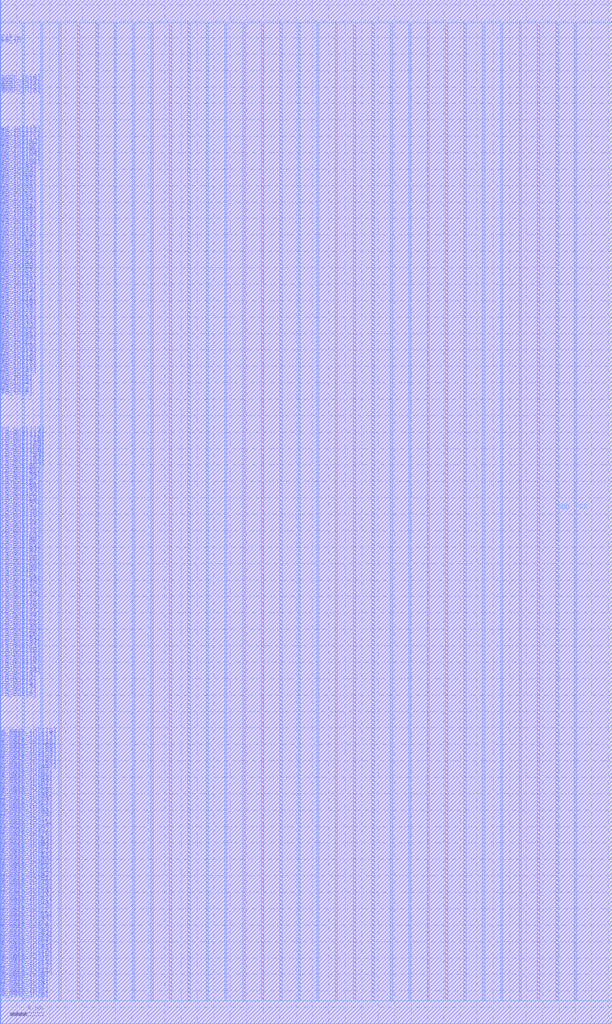
<source format=lef>
VERSION 5.7 ;
BUSBITCHARS "[]" ;
MACRO fakeram45_128x116_upper
  FOREIGN fakeram45_128x116_upper 0 0 ;
  SYMMETRY X Y R90 ;
  SIZE 74.480 BY 124.600 ;
  CLASS BLOCK ;
  PIN w_mask_in[0]
    DIRECTION INPUT ;
    USE SIGNAL ;
    SHAPE ABUTMENT ;
    PORT
      LAYER M3_m ;
      RECT 0.000 2.800 0.070 2.870 ;
    END
  END w_mask_in[0]
  PIN w_mask_in[1]
    DIRECTION INPUT ;
    USE SIGNAL ;
    SHAPE ABUTMENT ;
    PORT
      LAYER M3_m ;
      RECT 0.000 3.080 0.070 3.150 ;
    END
  END w_mask_in[1]
  PIN w_mask_in[2]
    DIRECTION INPUT ;
    USE SIGNAL ;
    SHAPE ABUTMENT ;
    PORT
      LAYER M3_m ;
      RECT 0.000 3.360 0.070 3.430 ;
    END
  END w_mask_in[2]
  PIN w_mask_in[3]
    DIRECTION INPUT ;
    USE SIGNAL ;
    SHAPE ABUTMENT ;
    PORT
      LAYER M3_m ;
      RECT 0.000 3.640 0.070 3.710 ;
    END
  END w_mask_in[3]
  PIN w_mask_in[4]
    DIRECTION INPUT ;
    USE SIGNAL ;
    SHAPE ABUTMENT ;
    PORT
      LAYER M3_m ;
      RECT 0.000 3.920 0.070 3.990 ;
    END
  END w_mask_in[4]
  PIN w_mask_in[5]
    DIRECTION INPUT ;
    USE SIGNAL ;
    SHAPE ABUTMENT ;
    PORT
      LAYER M3_m ;
      RECT 0.000 4.200 0.070 4.270 ;
    END
  END w_mask_in[5]
  PIN w_mask_in[6]
    DIRECTION INPUT ;
    USE SIGNAL ;
    SHAPE ABUTMENT ;
    PORT
      LAYER M3_m ;
      RECT 0.000 4.480 0.070 4.550 ;
    END
  END w_mask_in[6]
  PIN w_mask_in[7]
    DIRECTION INPUT ;
    USE SIGNAL ;
    SHAPE ABUTMENT ;
    PORT
      LAYER M3_m ;
      RECT 0.000 4.760 0.070 4.830 ;
    END
  END w_mask_in[7]
  PIN w_mask_in[8]
    DIRECTION INPUT ;
    USE SIGNAL ;
    SHAPE ABUTMENT ;
    PORT
      LAYER M3_m ;
      RECT 0.000 5.040 0.070 5.110 ;
    END
  END w_mask_in[8]
  PIN w_mask_in[9]
    DIRECTION INPUT ;
    USE SIGNAL ;
    SHAPE ABUTMENT ;
    PORT
      LAYER M3_m ;
      RECT 0.000 5.320 0.070 5.390 ;
    END
  END w_mask_in[9]
  PIN w_mask_in[10]
    DIRECTION INPUT ;
    USE SIGNAL ;
    SHAPE ABUTMENT ;
    PORT
      LAYER M3_m ;
      RECT 0.000 5.600 0.070 5.670 ;
    END
  END w_mask_in[10]
  PIN w_mask_in[11]
    DIRECTION INPUT ;
    USE SIGNAL ;
    SHAPE ABUTMENT ;
    PORT
      LAYER M3_m ;
      RECT 0.000 5.880 0.070 5.950 ;
    END
  END w_mask_in[11]
  PIN w_mask_in[12]
    DIRECTION INPUT ;
    USE SIGNAL ;
    SHAPE ABUTMENT ;
    PORT
      LAYER M3_m ;
      RECT 0.000 6.160 0.070 6.230 ;
    END
  END w_mask_in[12]
  PIN w_mask_in[13]
    DIRECTION INPUT ;
    USE SIGNAL ;
    SHAPE ABUTMENT ;
    PORT
      LAYER M3_m ;
      RECT 0.000 6.440 0.070 6.510 ;
    END
  END w_mask_in[13]
  PIN w_mask_in[14]
    DIRECTION INPUT ;
    USE SIGNAL ;
    SHAPE ABUTMENT ;
    PORT
      LAYER M3_m ;
      RECT 0.000 6.720 0.070 6.790 ;
    END
  END w_mask_in[14]
  PIN w_mask_in[15]
    DIRECTION INPUT ;
    USE SIGNAL ;
    SHAPE ABUTMENT ;
    PORT
      LAYER M3_m ;
      RECT 0.000 7.000 0.070 7.070 ;
    END
  END w_mask_in[15]
  PIN w_mask_in[16]
    DIRECTION INPUT ;
    USE SIGNAL ;
    SHAPE ABUTMENT ;
    PORT
      LAYER M3_m ;
      RECT 0.000 7.280 0.070 7.350 ;
    END
  END w_mask_in[16]
  PIN w_mask_in[17]
    DIRECTION INPUT ;
    USE SIGNAL ;
    SHAPE ABUTMENT ;
    PORT
      LAYER M3_m ;
      RECT 0.000 7.560 0.070 7.630 ;
    END
  END w_mask_in[17]
  PIN w_mask_in[18]
    DIRECTION INPUT ;
    USE SIGNAL ;
    SHAPE ABUTMENT ;
    PORT
      LAYER M3_m ;
      RECT 0.000 7.840 0.070 7.910 ;
    END
  END w_mask_in[18]
  PIN w_mask_in[19]
    DIRECTION INPUT ;
    USE SIGNAL ;
    SHAPE ABUTMENT ;
    PORT
      LAYER M3_m ;
      RECT 0.000 8.120 0.070 8.190 ;
    END
  END w_mask_in[19]
  PIN w_mask_in[20]
    DIRECTION INPUT ;
    USE SIGNAL ;
    SHAPE ABUTMENT ;
    PORT
      LAYER M3_m ;
      RECT 0.000 8.400 0.070 8.470 ;
    END
  END w_mask_in[20]
  PIN w_mask_in[21]
    DIRECTION INPUT ;
    USE SIGNAL ;
    SHAPE ABUTMENT ;
    PORT
      LAYER M3_m ;
      RECT 0.000 8.680 0.070 8.750 ;
    END
  END w_mask_in[21]
  PIN w_mask_in[22]
    DIRECTION INPUT ;
    USE SIGNAL ;
    SHAPE ABUTMENT ;
    PORT
      LAYER M3_m ;
      RECT 0.000 8.960 0.070 9.030 ;
    END
  END w_mask_in[22]
  PIN w_mask_in[23]
    DIRECTION INPUT ;
    USE SIGNAL ;
    SHAPE ABUTMENT ;
    PORT
      LAYER M3_m ;
      RECT 0.000 9.240 0.070 9.310 ;
    END
  END w_mask_in[23]
  PIN w_mask_in[24]
    DIRECTION INPUT ;
    USE SIGNAL ;
    SHAPE ABUTMENT ;
    PORT
      LAYER M3_m ;
      RECT 0.000 9.520 0.070 9.590 ;
    END
  END w_mask_in[24]
  PIN w_mask_in[25]
    DIRECTION INPUT ;
    USE SIGNAL ;
    SHAPE ABUTMENT ;
    PORT
      LAYER M3_m ;
      RECT 0.000 9.800 0.070 9.870 ;
    END
  END w_mask_in[25]
  PIN w_mask_in[26]
    DIRECTION INPUT ;
    USE SIGNAL ;
    SHAPE ABUTMENT ;
    PORT
      LAYER M3_m ;
      RECT 0.000 10.080 0.070 10.150 ;
    END
  END w_mask_in[26]
  PIN w_mask_in[27]
    DIRECTION INPUT ;
    USE SIGNAL ;
    SHAPE ABUTMENT ;
    PORT
      LAYER M3_m ;
      RECT 0.000 10.360 0.070 10.430 ;
    END
  END w_mask_in[27]
  PIN w_mask_in[28]
    DIRECTION INPUT ;
    USE SIGNAL ;
    SHAPE ABUTMENT ;
    PORT
      LAYER M3_m ;
      RECT 0.000 10.640 0.070 10.710 ;
    END
  END w_mask_in[28]
  PIN w_mask_in[29]
    DIRECTION INPUT ;
    USE SIGNAL ;
    SHAPE ABUTMENT ;
    PORT
      LAYER M3_m ;
      RECT 0.000 10.920 0.070 10.990 ;
    END
  END w_mask_in[29]
  PIN w_mask_in[30]
    DIRECTION INPUT ;
    USE SIGNAL ;
    SHAPE ABUTMENT ;
    PORT
      LAYER M3_m ;
      RECT 0.000 11.200 0.070 11.270 ;
    END
  END w_mask_in[30]
  PIN w_mask_in[31]
    DIRECTION INPUT ;
    USE SIGNAL ;
    SHAPE ABUTMENT ;
    PORT
      LAYER M3_m ;
      RECT 0.000 11.480 0.070 11.550 ;
    END
  END w_mask_in[31]
  PIN w_mask_in[32]
    DIRECTION INPUT ;
    USE SIGNAL ;
    SHAPE ABUTMENT ;
    PORT
      LAYER M3_m ;
      RECT 0.000 11.760 0.070 11.830 ;
    END
  END w_mask_in[32]
  PIN w_mask_in[33]
    DIRECTION INPUT ;
    USE SIGNAL ;
    SHAPE ABUTMENT ;
    PORT
      LAYER M3_m ;
      RECT 0.000 12.040 0.070 12.110 ;
    END
  END w_mask_in[33]
  PIN w_mask_in[34]
    DIRECTION INPUT ;
    USE SIGNAL ;
    SHAPE ABUTMENT ;
    PORT
      LAYER M3_m ;
      RECT 0.000 12.320 0.070 12.390 ;
    END
  END w_mask_in[34]
  PIN w_mask_in[35]
    DIRECTION INPUT ;
    USE SIGNAL ;
    SHAPE ABUTMENT ;
    PORT
      LAYER M3_m ;
      RECT 0.000 12.600 0.070 12.670 ;
    END
  END w_mask_in[35]
  PIN w_mask_in[36]
    DIRECTION INPUT ;
    USE SIGNAL ;
    SHAPE ABUTMENT ;
    PORT
      LAYER M3_m ;
      RECT 0.000 12.880 0.070 12.950 ;
    END
  END w_mask_in[36]
  PIN w_mask_in[37]
    DIRECTION INPUT ;
    USE SIGNAL ;
    SHAPE ABUTMENT ;
    PORT
      LAYER M3_m ;
      RECT 0.000 13.160 0.070 13.230 ;
    END
  END w_mask_in[37]
  PIN w_mask_in[38]
    DIRECTION INPUT ;
    USE SIGNAL ;
    SHAPE ABUTMENT ;
    PORT
      LAYER M3_m ;
      RECT 0.000 13.440 0.070 13.510 ;
    END
  END w_mask_in[38]
  PIN w_mask_in[39]
    DIRECTION INPUT ;
    USE SIGNAL ;
    SHAPE ABUTMENT ;
    PORT
      LAYER M3_m ;
      RECT 0.000 13.720 0.070 13.790 ;
    END
  END w_mask_in[39]
  PIN w_mask_in[40]
    DIRECTION INPUT ;
    USE SIGNAL ;
    SHAPE ABUTMENT ;
    PORT
      LAYER M3_m ;
      RECT 0.000 14.000 0.070 14.070 ;
    END
  END w_mask_in[40]
  PIN w_mask_in[41]
    DIRECTION INPUT ;
    USE SIGNAL ;
    SHAPE ABUTMENT ;
    PORT
      LAYER M3_m ;
      RECT 0.000 14.280 0.070 14.350 ;
    END
  END w_mask_in[41]
  PIN w_mask_in[42]
    DIRECTION INPUT ;
    USE SIGNAL ;
    SHAPE ABUTMENT ;
    PORT
      LAYER M3_m ;
      RECT 0.000 14.560 0.070 14.630 ;
    END
  END w_mask_in[42]
  PIN w_mask_in[43]
    DIRECTION INPUT ;
    USE SIGNAL ;
    SHAPE ABUTMENT ;
    PORT
      LAYER M3_m ;
      RECT 0.000 14.840 0.070 14.910 ;
    END
  END w_mask_in[43]
  PIN w_mask_in[44]
    DIRECTION INPUT ;
    USE SIGNAL ;
    SHAPE ABUTMENT ;
    PORT
      LAYER M3_m ;
      RECT 0.000 15.120 0.070 15.190 ;
    END
  END w_mask_in[44]
  PIN w_mask_in[45]
    DIRECTION INPUT ;
    USE SIGNAL ;
    SHAPE ABUTMENT ;
    PORT
      LAYER M3_m ;
      RECT 0.000 15.400 0.070 15.470 ;
    END
  END w_mask_in[45]
  PIN w_mask_in[46]
    DIRECTION INPUT ;
    USE SIGNAL ;
    SHAPE ABUTMENT ;
    PORT
      LAYER M3_m ;
      RECT 0.000 15.680 0.070 15.750 ;
    END
  END w_mask_in[46]
  PIN w_mask_in[47]
    DIRECTION INPUT ;
    USE SIGNAL ;
    SHAPE ABUTMENT ;
    PORT
      LAYER M3_m ;
      RECT 0.000 15.960 0.070 16.030 ;
    END
  END w_mask_in[47]
  PIN w_mask_in[48]
    DIRECTION INPUT ;
    USE SIGNAL ;
    SHAPE ABUTMENT ;
    PORT
      LAYER M3_m ;
      RECT 0.000 16.240 0.070 16.310 ;
    END
  END w_mask_in[48]
  PIN w_mask_in[49]
    DIRECTION INPUT ;
    USE SIGNAL ;
    SHAPE ABUTMENT ;
    PORT
      LAYER M3_m ;
      RECT 0.000 16.520 0.070 16.590 ;
    END
  END w_mask_in[49]
  PIN w_mask_in[50]
    DIRECTION INPUT ;
    USE SIGNAL ;
    SHAPE ABUTMENT ;
    PORT
      LAYER M3_m ;
      RECT 0.000 16.800 0.070 16.870 ;
    END
  END w_mask_in[50]
  PIN w_mask_in[51]
    DIRECTION INPUT ;
    USE SIGNAL ;
    SHAPE ABUTMENT ;
    PORT
      LAYER M3_m ;
      RECT 0.000 17.080 0.070 17.150 ;
    END
  END w_mask_in[51]
  PIN w_mask_in[52]
    DIRECTION INPUT ;
    USE SIGNAL ;
    SHAPE ABUTMENT ;
    PORT
      LAYER M3_m ;
      RECT 0.000 17.360 0.070 17.430 ;
    END
  END w_mask_in[52]
  PIN w_mask_in[53]
    DIRECTION INPUT ;
    USE SIGNAL ;
    SHAPE ABUTMENT ;
    PORT
      LAYER M3_m ;
      RECT 0.000 17.640 0.070 17.710 ;
    END
  END w_mask_in[53]
  PIN w_mask_in[54]
    DIRECTION INPUT ;
    USE SIGNAL ;
    SHAPE ABUTMENT ;
    PORT
      LAYER M3_m ;
      RECT 0.000 17.920 0.070 17.990 ;
    END
  END w_mask_in[54]
  PIN w_mask_in[55]
    DIRECTION INPUT ;
    USE SIGNAL ;
    SHAPE ABUTMENT ;
    PORT
      LAYER M3_m ;
      RECT 0.000 18.200 0.070 18.270 ;
    END
  END w_mask_in[55]
  PIN w_mask_in[56]
    DIRECTION INPUT ;
    USE SIGNAL ;
    SHAPE ABUTMENT ;
    PORT
      LAYER M3_m ;
      RECT 0.000 18.480 0.070 18.550 ;
    END
  END w_mask_in[56]
  PIN w_mask_in[57]
    DIRECTION INPUT ;
    USE SIGNAL ;
    SHAPE ABUTMENT ;
    PORT
      LAYER M3_m ;
      RECT 0.000 18.760 0.070 18.830 ;
    END
  END w_mask_in[57]
  PIN w_mask_in[58]
    DIRECTION INPUT ;
    USE SIGNAL ;
    SHAPE ABUTMENT ;
    PORT
      LAYER M3_m ;
      RECT 0.000 19.040 0.070 19.110 ;
    END
  END w_mask_in[58]
  PIN w_mask_in[59]
    DIRECTION INPUT ;
    USE SIGNAL ;
    SHAPE ABUTMENT ;
    PORT
      LAYER M3_m ;
      RECT 0.000 19.320 0.070 19.390 ;
    END
  END w_mask_in[59]
  PIN w_mask_in[60]
    DIRECTION INPUT ;
    USE SIGNAL ;
    SHAPE ABUTMENT ;
    PORT
      LAYER M3_m ;
      RECT 0.000 19.600 0.070 19.670 ;
    END
  END w_mask_in[60]
  PIN w_mask_in[61]
    DIRECTION INPUT ;
    USE SIGNAL ;
    SHAPE ABUTMENT ;
    PORT
      LAYER M3_m ;
      RECT 0.000 19.880 0.070 19.950 ;
    END
  END w_mask_in[61]
  PIN w_mask_in[62]
    DIRECTION INPUT ;
    USE SIGNAL ;
    SHAPE ABUTMENT ;
    PORT
      LAYER M3_m ;
      RECT 0.000 20.160 0.070 20.230 ;
    END
  END w_mask_in[62]
  PIN w_mask_in[63]
    DIRECTION INPUT ;
    USE SIGNAL ;
    SHAPE ABUTMENT ;
    PORT
      LAYER M3_m ;
      RECT 0.000 20.440 0.070 20.510 ;
    END
  END w_mask_in[63]
  PIN w_mask_in[64]
    DIRECTION INPUT ;
    USE SIGNAL ;
    SHAPE ABUTMENT ;
    PORT
      LAYER M3_m ;
      RECT 0.000 20.720 0.070 20.790 ;
    END
  END w_mask_in[64]
  PIN w_mask_in[65]
    DIRECTION INPUT ;
    USE SIGNAL ;
    SHAPE ABUTMENT ;
    PORT
      LAYER M3_m ;
      RECT 0.000 21.000 0.070 21.070 ;
    END
  END w_mask_in[65]
  PIN w_mask_in[66]
    DIRECTION INPUT ;
    USE SIGNAL ;
    SHAPE ABUTMENT ;
    PORT
      LAYER M3_m ;
      RECT 0.000 21.280 0.070 21.350 ;
    END
  END w_mask_in[66]
  PIN w_mask_in[67]
    DIRECTION INPUT ;
    USE SIGNAL ;
    SHAPE ABUTMENT ;
    PORT
      LAYER M3_m ;
      RECT 0.000 21.560 0.070 21.630 ;
    END
  END w_mask_in[67]
  PIN w_mask_in[68]
    DIRECTION INPUT ;
    USE SIGNAL ;
    SHAPE ABUTMENT ;
    PORT
      LAYER M3_m ;
      RECT 0.000 21.840 0.070 21.910 ;
    END
  END w_mask_in[68]
  PIN w_mask_in[69]
    DIRECTION INPUT ;
    USE SIGNAL ;
    SHAPE ABUTMENT ;
    PORT
      LAYER M3_m ;
      RECT 0.000 22.120 0.070 22.190 ;
    END
  END w_mask_in[69]
  PIN w_mask_in[70]
    DIRECTION INPUT ;
    USE SIGNAL ;
    SHAPE ABUTMENT ;
    PORT
      LAYER M3_m ;
      RECT 0.000 22.400 0.070 22.470 ;
    END
  END w_mask_in[70]
  PIN w_mask_in[71]
    DIRECTION INPUT ;
    USE SIGNAL ;
    SHAPE ABUTMENT ;
    PORT
      LAYER M3_m ;
      RECT 0.000 22.680 0.070 22.750 ;
    END
  END w_mask_in[71]
  PIN w_mask_in[72]
    DIRECTION INPUT ;
    USE SIGNAL ;
    SHAPE ABUTMENT ;
    PORT
      LAYER M3_m ;
      RECT 0.000 22.960 0.070 23.030 ;
    END
  END w_mask_in[72]
  PIN w_mask_in[73]
    DIRECTION INPUT ;
    USE SIGNAL ;
    SHAPE ABUTMENT ;
    PORT
      LAYER M3_m ;
      RECT 0.000 23.240 0.070 23.310 ;
    END
  END w_mask_in[73]
  PIN w_mask_in[74]
    DIRECTION INPUT ;
    USE SIGNAL ;
    SHAPE ABUTMENT ;
    PORT
      LAYER M3_m ;
      RECT 0.000 23.520 0.070 23.590 ;
    END
  END w_mask_in[74]
  PIN w_mask_in[75]
    DIRECTION INPUT ;
    USE SIGNAL ;
    SHAPE ABUTMENT ;
    PORT
      LAYER M3_m ;
      RECT 0.000 23.800 0.070 23.870 ;
    END
  END w_mask_in[75]
  PIN w_mask_in[76]
    DIRECTION INPUT ;
    USE SIGNAL ;
    SHAPE ABUTMENT ;
    PORT
      LAYER M3_m ;
      RECT 0.000 24.080 0.070 24.150 ;
    END
  END w_mask_in[76]
  PIN w_mask_in[77]
    DIRECTION INPUT ;
    USE SIGNAL ;
    SHAPE ABUTMENT ;
    PORT
      LAYER M3_m ;
      RECT 0.000 24.360 0.070 24.430 ;
    END
  END w_mask_in[77]
  PIN w_mask_in[78]
    DIRECTION INPUT ;
    USE SIGNAL ;
    SHAPE ABUTMENT ;
    PORT
      LAYER M3_m ;
      RECT 0.000 24.640 0.070 24.710 ;
    END
  END w_mask_in[78]
  PIN w_mask_in[79]
    DIRECTION INPUT ;
    USE SIGNAL ;
    SHAPE ABUTMENT ;
    PORT
      LAYER M3_m ;
      RECT 0.000 24.920 0.070 24.990 ;
    END
  END w_mask_in[79]
  PIN w_mask_in[80]
    DIRECTION INPUT ;
    USE SIGNAL ;
    SHAPE ABUTMENT ;
    PORT
      LAYER M3_m ;
      RECT 0.000 25.200 0.070 25.270 ;
    END
  END w_mask_in[80]
  PIN w_mask_in[81]
    DIRECTION INPUT ;
    USE SIGNAL ;
    SHAPE ABUTMENT ;
    PORT
      LAYER M3_m ;
      RECT 0.000 25.480 0.070 25.550 ;
    END
  END w_mask_in[81]
  PIN w_mask_in[82]
    DIRECTION INPUT ;
    USE SIGNAL ;
    SHAPE ABUTMENT ;
    PORT
      LAYER M3_m ;
      RECT 0.000 25.760 0.070 25.830 ;
    END
  END w_mask_in[82]
  PIN w_mask_in[83]
    DIRECTION INPUT ;
    USE SIGNAL ;
    SHAPE ABUTMENT ;
    PORT
      LAYER M3_m ;
      RECT 0.000 26.040 0.070 26.110 ;
    END
  END w_mask_in[83]
  PIN w_mask_in[84]
    DIRECTION INPUT ;
    USE SIGNAL ;
    SHAPE ABUTMENT ;
    PORT
      LAYER M3_m ;
      RECT 0.000 26.320 0.070 26.390 ;
    END
  END w_mask_in[84]
  PIN w_mask_in[85]
    DIRECTION INPUT ;
    USE SIGNAL ;
    SHAPE ABUTMENT ;
    PORT
      LAYER M3_m ;
      RECT 0.000 26.600 0.070 26.670 ;
    END
  END w_mask_in[85]
  PIN w_mask_in[86]
    DIRECTION INPUT ;
    USE SIGNAL ;
    SHAPE ABUTMENT ;
    PORT
      LAYER M3_m ;
      RECT 0.000 26.880 0.070 26.950 ;
    END
  END w_mask_in[86]
  PIN w_mask_in[87]
    DIRECTION INPUT ;
    USE SIGNAL ;
    SHAPE ABUTMENT ;
    PORT
      LAYER M3_m ;
      RECT 0.000 27.160 0.070 27.230 ;
    END
  END w_mask_in[87]
  PIN w_mask_in[88]
    DIRECTION INPUT ;
    USE SIGNAL ;
    SHAPE ABUTMENT ;
    PORT
      LAYER M3_m ;
      RECT 0.000 27.440 0.070 27.510 ;
    END
  END w_mask_in[88]
  PIN w_mask_in[89]
    DIRECTION INPUT ;
    USE SIGNAL ;
    SHAPE ABUTMENT ;
    PORT
      LAYER M3_m ;
      RECT 0.000 27.720 0.070 27.790 ;
    END
  END w_mask_in[89]
  PIN w_mask_in[90]
    DIRECTION INPUT ;
    USE SIGNAL ;
    SHAPE ABUTMENT ;
    PORT
      LAYER M3_m ;
      RECT 0.000 28.000 0.070 28.070 ;
    END
  END w_mask_in[90]
  PIN w_mask_in[91]
    DIRECTION INPUT ;
    USE SIGNAL ;
    SHAPE ABUTMENT ;
    PORT
      LAYER M3_m ;
      RECT 0.000 28.280 0.070 28.350 ;
    END
  END w_mask_in[91]
  PIN w_mask_in[92]
    DIRECTION INPUT ;
    USE SIGNAL ;
    SHAPE ABUTMENT ;
    PORT
      LAYER M3_m ;
      RECT 0.000 28.560 0.070 28.630 ;
    END
  END w_mask_in[92]
  PIN w_mask_in[93]
    DIRECTION INPUT ;
    USE SIGNAL ;
    SHAPE ABUTMENT ;
    PORT
      LAYER M3_m ;
      RECT 0.000 28.840 0.070 28.910 ;
    END
  END w_mask_in[93]
  PIN w_mask_in[94]
    DIRECTION INPUT ;
    USE SIGNAL ;
    SHAPE ABUTMENT ;
    PORT
      LAYER M3_m ;
      RECT 0.000 29.120 0.070 29.190 ;
    END
  END w_mask_in[94]
  PIN w_mask_in[95]
    DIRECTION INPUT ;
    USE SIGNAL ;
    SHAPE ABUTMENT ;
    PORT
      LAYER M3_m ;
      RECT 0.000 29.400 0.070 29.470 ;
    END
  END w_mask_in[95]
  PIN w_mask_in[96]
    DIRECTION INPUT ;
    USE SIGNAL ;
    SHAPE ABUTMENT ;
    PORT
      LAYER M3_m ;
      RECT 0.000 29.680 0.070 29.750 ;
    END
  END w_mask_in[96]
  PIN w_mask_in[97]
    DIRECTION INPUT ;
    USE SIGNAL ;
    SHAPE ABUTMENT ;
    PORT
      LAYER M3_m ;
      RECT 0.000 29.960 0.070 30.030 ;
    END
  END w_mask_in[97]
  PIN w_mask_in[98]
    DIRECTION INPUT ;
    USE SIGNAL ;
    SHAPE ABUTMENT ;
    PORT
      LAYER M3_m ;
      RECT 0.000 30.240 0.070 30.310 ;
    END
  END w_mask_in[98]
  PIN w_mask_in[99]
    DIRECTION INPUT ;
    USE SIGNAL ;
    SHAPE ABUTMENT ;
    PORT
      LAYER M3_m ;
      RECT 0.000 30.520 0.070 30.590 ;
    END
  END w_mask_in[99]
  PIN w_mask_in[100]
    DIRECTION INPUT ;
    USE SIGNAL ;
    SHAPE ABUTMENT ;
    PORT
      LAYER M3_m ;
      RECT 0.000 30.800 0.070 30.870 ;
    END
  END w_mask_in[100]
  PIN w_mask_in[101]
    DIRECTION INPUT ;
    USE SIGNAL ;
    SHAPE ABUTMENT ;
    PORT
      LAYER M3_m ;
      RECT 0.000 31.080 0.070 31.150 ;
    END
  END w_mask_in[101]
  PIN w_mask_in[102]
    DIRECTION INPUT ;
    USE SIGNAL ;
    SHAPE ABUTMENT ;
    PORT
      LAYER M3_m ;
      RECT 0.000 31.360 0.070 31.430 ;
    END
  END w_mask_in[102]
  PIN w_mask_in[103]
    DIRECTION INPUT ;
    USE SIGNAL ;
    SHAPE ABUTMENT ;
    PORT
      LAYER M3_m ;
      RECT 0.000 31.640 0.070 31.710 ;
    END
  END w_mask_in[103]
  PIN w_mask_in[104]
    DIRECTION INPUT ;
    USE SIGNAL ;
    SHAPE ABUTMENT ;
    PORT
      LAYER M3_m ;
      RECT 0.000 31.920 0.070 31.990 ;
    END
  END w_mask_in[104]
  PIN w_mask_in[105]
    DIRECTION INPUT ;
    USE SIGNAL ;
    SHAPE ABUTMENT ;
    PORT
      LAYER M3_m ;
      RECT 0.000 32.200 0.070 32.270 ;
    END
  END w_mask_in[105]
  PIN w_mask_in[106]
    DIRECTION INPUT ;
    USE SIGNAL ;
    SHAPE ABUTMENT ;
    PORT
      LAYER M3_m ;
      RECT 0.000 32.480 0.070 32.550 ;
    END
  END w_mask_in[106]
  PIN w_mask_in[107]
    DIRECTION INPUT ;
    USE SIGNAL ;
    SHAPE ABUTMENT ;
    PORT
      LAYER M3_m ;
      RECT 0.000 32.760 0.070 32.830 ;
    END
  END w_mask_in[107]
  PIN w_mask_in[108]
    DIRECTION INPUT ;
    USE SIGNAL ;
    SHAPE ABUTMENT ;
    PORT
      LAYER M3_m ;
      RECT 0.000 33.040 0.070 33.110 ;
    END
  END w_mask_in[108]
  PIN w_mask_in[109]
    DIRECTION INPUT ;
    USE SIGNAL ;
    SHAPE ABUTMENT ;
    PORT
      LAYER M3_m ;
      RECT 0.000 33.320 0.070 33.390 ;
    END
  END w_mask_in[109]
  PIN w_mask_in[110]
    DIRECTION INPUT ;
    USE SIGNAL ;
    SHAPE ABUTMENT ;
    PORT
      LAYER M3_m ;
      RECT 0.000 33.600 0.070 33.670 ;
    END
  END w_mask_in[110]
  PIN w_mask_in[111]
    DIRECTION INPUT ;
    USE SIGNAL ;
    SHAPE ABUTMENT ;
    PORT
      LAYER M3_m ;
      RECT 0.000 33.880 0.070 33.950 ;
    END
  END w_mask_in[111]
  PIN w_mask_in[112]
    DIRECTION INPUT ;
    USE SIGNAL ;
    SHAPE ABUTMENT ;
    PORT
      LAYER M3_m ;
      RECT 0.000 34.160 0.070 34.230 ;
    END
  END w_mask_in[112]
  PIN w_mask_in[113]
    DIRECTION INPUT ;
    USE SIGNAL ;
    SHAPE ABUTMENT ;
    PORT
      LAYER M3_m ;
      RECT 0.000 34.440 0.070 34.510 ;
    END
  END w_mask_in[113]
  PIN w_mask_in[114]
    DIRECTION INPUT ;
    USE SIGNAL ;
    SHAPE ABUTMENT ;
    PORT
      LAYER M3_m ;
      RECT 0.000 34.720 0.070 34.790 ;
    END
  END w_mask_in[114]
  PIN w_mask_in[115]
    DIRECTION INPUT ;
    USE SIGNAL ;
    SHAPE ABUTMENT ;
    PORT
      LAYER M3_m ;
      RECT 0.000 35.000 0.070 35.070 ;
    END
  END w_mask_in[115]
  PIN rd_out[0]
    DIRECTION OUTPUT ;
    USE SIGNAL ;
    SHAPE ABUTMENT ;
    PORT
      LAYER M3_m ;
      RECT 0.000 39.480 0.070 39.550 ;
    END
  END rd_out[0]
  PIN rd_out[1]
    DIRECTION OUTPUT ;
    USE SIGNAL ;
    SHAPE ABUTMENT ;
    PORT
      LAYER M3_m ;
      RECT 0.000 39.760 0.070 39.830 ;
    END
  END rd_out[1]
  PIN rd_out[2]
    DIRECTION OUTPUT ;
    USE SIGNAL ;
    SHAPE ABUTMENT ;
    PORT
      LAYER M3_m ;
      RECT 0.000 40.040 0.070 40.110 ;
    END
  END rd_out[2]
  PIN rd_out[3]
    DIRECTION OUTPUT ;
    USE SIGNAL ;
    SHAPE ABUTMENT ;
    PORT
      LAYER M3_m ;
      RECT 0.000 40.320 0.070 40.390 ;
    END
  END rd_out[3]
  PIN rd_out[4]
    DIRECTION OUTPUT ;
    USE SIGNAL ;
    SHAPE ABUTMENT ;
    PORT
      LAYER M3_m ;
      RECT 0.000 40.600 0.070 40.670 ;
    END
  END rd_out[4]
  PIN rd_out[5]
    DIRECTION OUTPUT ;
    USE SIGNAL ;
    SHAPE ABUTMENT ;
    PORT
      LAYER M3_m ;
      RECT 0.000 40.880 0.070 40.950 ;
    END
  END rd_out[5]
  PIN rd_out[6]
    DIRECTION OUTPUT ;
    USE SIGNAL ;
    SHAPE ABUTMENT ;
    PORT
      LAYER M3_m ;
      RECT 0.000 41.160 0.070 41.230 ;
    END
  END rd_out[6]
  PIN rd_out[7]
    DIRECTION OUTPUT ;
    USE SIGNAL ;
    SHAPE ABUTMENT ;
    PORT
      LAYER M3_m ;
      RECT 0.000 41.440 0.070 41.510 ;
    END
  END rd_out[7]
  PIN rd_out[8]
    DIRECTION OUTPUT ;
    USE SIGNAL ;
    SHAPE ABUTMENT ;
    PORT
      LAYER M3_m ;
      RECT 0.000 41.720 0.070 41.790 ;
    END
  END rd_out[8]
  PIN rd_out[9]
    DIRECTION OUTPUT ;
    USE SIGNAL ;
    SHAPE ABUTMENT ;
    PORT
      LAYER M3_m ;
      RECT 0.000 42.000 0.070 42.070 ;
    END
  END rd_out[9]
  PIN rd_out[10]
    DIRECTION OUTPUT ;
    USE SIGNAL ;
    SHAPE ABUTMENT ;
    PORT
      LAYER M3_m ;
      RECT 0.000 42.280 0.070 42.350 ;
    END
  END rd_out[10]
  PIN rd_out[11]
    DIRECTION OUTPUT ;
    USE SIGNAL ;
    SHAPE ABUTMENT ;
    PORT
      LAYER M3_m ;
      RECT 0.000 42.560 0.070 42.630 ;
    END
  END rd_out[11]
  PIN rd_out[12]
    DIRECTION OUTPUT ;
    USE SIGNAL ;
    SHAPE ABUTMENT ;
    PORT
      LAYER M3_m ;
      RECT 0.000 42.840 0.070 42.910 ;
    END
  END rd_out[12]
  PIN rd_out[13]
    DIRECTION OUTPUT ;
    USE SIGNAL ;
    SHAPE ABUTMENT ;
    PORT
      LAYER M3_m ;
      RECT 0.000 43.120 0.070 43.190 ;
    END
  END rd_out[13]
  PIN rd_out[14]
    DIRECTION OUTPUT ;
    USE SIGNAL ;
    SHAPE ABUTMENT ;
    PORT
      LAYER M3_m ;
      RECT 0.000 43.400 0.070 43.470 ;
    END
  END rd_out[14]
  PIN rd_out[15]
    DIRECTION OUTPUT ;
    USE SIGNAL ;
    SHAPE ABUTMENT ;
    PORT
      LAYER M3_m ;
      RECT 0.000 43.680 0.070 43.750 ;
    END
  END rd_out[15]
  PIN rd_out[16]
    DIRECTION OUTPUT ;
    USE SIGNAL ;
    SHAPE ABUTMENT ;
    PORT
      LAYER M3_m ;
      RECT 0.000 43.960 0.070 44.030 ;
    END
  END rd_out[16]
  PIN rd_out[17]
    DIRECTION OUTPUT ;
    USE SIGNAL ;
    SHAPE ABUTMENT ;
    PORT
      LAYER M3_m ;
      RECT 0.000 44.240 0.070 44.310 ;
    END
  END rd_out[17]
  PIN rd_out[18]
    DIRECTION OUTPUT ;
    USE SIGNAL ;
    SHAPE ABUTMENT ;
    PORT
      LAYER M3_m ;
      RECT 0.000 44.520 0.070 44.590 ;
    END
  END rd_out[18]
  PIN rd_out[19]
    DIRECTION OUTPUT ;
    USE SIGNAL ;
    SHAPE ABUTMENT ;
    PORT
      LAYER M3_m ;
      RECT 0.000 44.800 0.070 44.870 ;
    END
  END rd_out[19]
  PIN rd_out[20]
    DIRECTION OUTPUT ;
    USE SIGNAL ;
    SHAPE ABUTMENT ;
    PORT
      LAYER M3_m ;
      RECT 0.000 45.080 0.070 45.150 ;
    END
  END rd_out[20]
  PIN rd_out[21]
    DIRECTION OUTPUT ;
    USE SIGNAL ;
    SHAPE ABUTMENT ;
    PORT
      LAYER M3_m ;
      RECT 0.000 45.360 0.070 45.430 ;
    END
  END rd_out[21]
  PIN rd_out[22]
    DIRECTION OUTPUT ;
    USE SIGNAL ;
    SHAPE ABUTMENT ;
    PORT
      LAYER M3_m ;
      RECT 0.000 45.640 0.070 45.710 ;
    END
  END rd_out[22]
  PIN rd_out[23]
    DIRECTION OUTPUT ;
    USE SIGNAL ;
    SHAPE ABUTMENT ;
    PORT
      LAYER M3_m ;
      RECT 0.000 45.920 0.070 45.990 ;
    END
  END rd_out[23]
  PIN rd_out[24]
    DIRECTION OUTPUT ;
    USE SIGNAL ;
    SHAPE ABUTMENT ;
    PORT
      LAYER M3_m ;
      RECT 0.000 46.200 0.070 46.270 ;
    END
  END rd_out[24]
  PIN rd_out[25]
    DIRECTION OUTPUT ;
    USE SIGNAL ;
    SHAPE ABUTMENT ;
    PORT
      LAYER M3_m ;
      RECT 0.000 46.480 0.070 46.550 ;
    END
  END rd_out[25]
  PIN rd_out[26]
    DIRECTION OUTPUT ;
    USE SIGNAL ;
    SHAPE ABUTMENT ;
    PORT
      LAYER M3_m ;
      RECT 0.000 46.760 0.070 46.830 ;
    END
  END rd_out[26]
  PIN rd_out[27]
    DIRECTION OUTPUT ;
    USE SIGNAL ;
    SHAPE ABUTMENT ;
    PORT
      LAYER M3_m ;
      RECT 0.000 47.040 0.070 47.110 ;
    END
  END rd_out[27]
  PIN rd_out[28]
    DIRECTION OUTPUT ;
    USE SIGNAL ;
    SHAPE ABUTMENT ;
    PORT
      LAYER M3_m ;
      RECT 0.000 47.320 0.070 47.390 ;
    END
  END rd_out[28]
  PIN rd_out[29]
    DIRECTION OUTPUT ;
    USE SIGNAL ;
    SHAPE ABUTMENT ;
    PORT
      LAYER M3_m ;
      RECT 0.000 47.600 0.070 47.670 ;
    END
  END rd_out[29]
  PIN rd_out[30]
    DIRECTION OUTPUT ;
    USE SIGNAL ;
    SHAPE ABUTMENT ;
    PORT
      LAYER M3_m ;
      RECT 0.000 47.880 0.070 47.950 ;
    END
  END rd_out[30]
  PIN rd_out[31]
    DIRECTION OUTPUT ;
    USE SIGNAL ;
    SHAPE ABUTMENT ;
    PORT
      LAYER M3_m ;
      RECT 0.000 48.160 0.070 48.230 ;
    END
  END rd_out[31]
  PIN rd_out[32]
    DIRECTION OUTPUT ;
    USE SIGNAL ;
    SHAPE ABUTMENT ;
    PORT
      LAYER M3_m ;
      RECT 0.000 48.440 0.070 48.510 ;
    END
  END rd_out[32]
  PIN rd_out[33]
    DIRECTION OUTPUT ;
    USE SIGNAL ;
    SHAPE ABUTMENT ;
    PORT
      LAYER M3_m ;
      RECT 0.000 48.720 0.070 48.790 ;
    END
  END rd_out[33]
  PIN rd_out[34]
    DIRECTION OUTPUT ;
    USE SIGNAL ;
    SHAPE ABUTMENT ;
    PORT
      LAYER M3_m ;
      RECT 0.000 49.000 0.070 49.070 ;
    END
  END rd_out[34]
  PIN rd_out[35]
    DIRECTION OUTPUT ;
    USE SIGNAL ;
    SHAPE ABUTMENT ;
    PORT
      LAYER M3_m ;
      RECT 0.000 49.280 0.070 49.350 ;
    END
  END rd_out[35]
  PIN rd_out[36]
    DIRECTION OUTPUT ;
    USE SIGNAL ;
    SHAPE ABUTMENT ;
    PORT
      LAYER M3_m ;
      RECT 0.000 49.560 0.070 49.630 ;
    END
  END rd_out[36]
  PIN rd_out[37]
    DIRECTION OUTPUT ;
    USE SIGNAL ;
    SHAPE ABUTMENT ;
    PORT
      LAYER M3_m ;
      RECT 0.000 49.840 0.070 49.910 ;
    END
  END rd_out[37]
  PIN rd_out[38]
    DIRECTION OUTPUT ;
    USE SIGNAL ;
    SHAPE ABUTMENT ;
    PORT
      LAYER M3_m ;
      RECT 0.000 50.120 0.070 50.190 ;
    END
  END rd_out[38]
  PIN rd_out[39]
    DIRECTION OUTPUT ;
    USE SIGNAL ;
    SHAPE ABUTMENT ;
    PORT
      LAYER M3_m ;
      RECT 0.000 50.400 0.070 50.470 ;
    END
  END rd_out[39]
  PIN rd_out[40]
    DIRECTION OUTPUT ;
    USE SIGNAL ;
    SHAPE ABUTMENT ;
    PORT
      LAYER M3_m ;
      RECT 0.000 50.680 0.070 50.750 ;
    END
  END rd_out[40]
  PIN rd_out[41]
    DIRECTION OUTPUT ;
    USE SIGNAL ;
    SHAPE ABUTMENT ;
    PORT
      LAYER M3_m ;
      RECT 0.000 50.960 0.070 51.030 ;
    END
  END rd_out[41]
  PIN rd_out[42]
    DIRECTION OUTPUT ;
    USE SIGNAL ;
    SHAPE ABUTMENT ;
    PORT
      LAYER M3_m ;
      RECT 0.000 51.240 0.070 51.310 ;
    END
  END rd_out[42]
  PIN rd_out[43]
    DIRECTION OUTPUT ;
    USE SIGNAL ;
    SHAPE ABUTMENT ;
    PORT
      LAYER M3_m ;
      RECT 0.000 51.520 0.070 51.590 ;
    END
  END rd_out[43]
  PIN rd_out[44]
    DIRECTION OUTPUT ;
    USE SIGNAL ;
    SHAPE ABUTMENT ;
    PORT
      LAYER M3_m ;
      RECT 0.000 51.800 0.070 51.870 ;
    END
  END rd_out[44]
  PIN rd_out[45]
    DIRECTION OUTPUT ;
    USE SIGNAL ;
    SHAPE ABUTMENT ;
    PORT
      LAYER M3_m ;
      RECT 0.000 52.080 0.070 52.150 ;
    END
  END rd_out[45]
  PIN rd_out[46]
    DIRECTION OUTPUT ;
    USE SIGNAL ;
    SHAPE ABUTMENT ;
    PORT
      LAYER M3_m ;
      RECT 0.000 52.360 0.070 52.430 ;
    END
  END rd_out[46]
  PIN rd_out[47]
    DIRECTION OUTPUT ;
    USE SIGNAL ;
    SHAPE ABUTMENT ;
    PORT
      LAYER M3_m ;
      RECT 0.000 52.640 0.070 52.710 ;
    END
  END rd_out[47]
  PIN rd_out[48]
    DIRECTION OUTPUT ;
    USE SIGNAL ;
    SHAPE ABUTMENT ;
    PORT
      LAYER M3_m ;
      RECT 0.000 52.920 0.070 52.990 ;
    END
  END rd_out[48]
  PIN rd_out[49]
    DIRECTION OUTPUT ;
    USE SIGNAL ;
    SHAPE ABUTMENT ;
    PORT
      LAYER M3_m ;
      RECT 0.000 53.200 0.070 53.270 ;
    END
  END rd_out[49]
  PIN rd_out[50]
    DIRECTION OUTPUT ;
    USE SIGNAL ;
    SHAPE ABUTMENT ;
    PORT
      LAYER M3_m ;
      RECT 0.000 53.480 0.070 53.550 ;
    END
  END rd_out[50]
  PIN rd_out[51]
    DIRECTION OUTPUT ;
    USE SIGNAL ;
    SHAPE ABUTMENT ;
    PORT
      LAYER M3_m ;
      RECT 0.000 53.760 0.070 53.830 ;
    END
  END rd_out[51]
  PIN rd_out[52]
    DIRECTION OUTPUT ;
    USE SIGNAL ;
    SHAPE ABUTMENT ;
    PORT
      LAYER M3_m ;
      RECT 0.000 54.040 0.070 54.110 ;
    END
  END rd_out[52]
  PIN rd_out[53]
    DIRECTION OUTPUT ;
    USE SIGNAL ;
    SHAPE ABUTMENT ;
    PORT
      LAYER M3_m ;
      RECT 0.000 54.320 0.070 54.390 ;
    END
  END rd_out[53]
  PIN rd_out[54]
    DIRECTION OUTPUT ;
    USE SIGNAL ;
    SHAPE ABUTMENT ;
    PORT
      LAYER M3_m ;
      RECT 0.000 54.600 0.070 54.670 ;
    END
  END rd_out[54]
  PIN rd_out[55]
    DIRECTION OUTPUT ;
    USE SIGNAL ;
    SHAPE ABUTMENT ;
    PORT
      LAYER M3_m ;
      RECT 0.000 54.880 0.070 54.950 ;
    END
  END rd_out[55]
  PIN rd_out[56]
    DIRECTION OUTPUT ;
    USE SIGNAL ;
    SHAPE ABUTMENT ;
    PORT
      LAYER M3_m ;
      RECT 0.000 55.160 0.070 55.230 ;
    END
  END rd_out[56]
  PIN rd_out[57]
    DIRECTION OUTPUT ;
    USE SIGNAL ;
    SHAPE ABUTMENT ;
    PORT
      LAYER M3_m ;
      RECT 0.000 55.440 0.070 55.510 ;
    END
  END rd_out[57]
  PIN rd_out[58]
    DIRECTION OUTPUT ;
    USE SIGNAL ;
    SHAPE ABUTMENT ;
    PORT
      LAYER M3_m ;
      RECT 0.000 55.720 0.070 55.790 ;
    END
  END rd_out[58]
  PIN rd_out[59]
    DIRECTION OUTPUT ;
    USE SIGNAL ;
    SHAPE ABUTMENT ;
    PORT
      LAYER M3_m ;
      RECT 0.000 56.000 0.070 56.070 ;
    END
  END rd_out[59]
  PIN rd_out[60]
    DIRECTION OUTPUT ;
    USE SIGNAL ;
    SHAPE ABUTMENT ;
    PORT
      LAYER M3_m ;
      RECT 0.000 56.280 0.070 56.350 ;
    END
  END rd_out[60]
  PIN rd_out[61]
    DIRECTION OUTPUT ;
    USE SIGNAL ;
    SHAPE ABUTMENT ;
    PORT
      LAYER M3_m ;
      RECT 0.000 56.560 0.070 56.630 ;
    END
  END rd_out[61]
  PIN rd_out[62]
    DIRECTION OUTPUT ;
    USE SIGNAL ;
    SHAPE ABUTMENT ;
    PORT
      LAYER M3_m ;
      RECT 0.000 56.840 0.070 56.910 ;
    END
  END rd_out[62]
  PIN rd_out[63]
    DIRECTION OUTPUT ;
    USE SIGNAL ;
    SHAPE ABUTMENT ;
    PORT
      LAYER M3_m ;
      RECT 0.000 57.120 0.070 57.190 ;
    END
  END rd_out[63]
  PIN rd_out[64]
    DIRECTION OUTPUT ;
    USE SIGNAL ;
    SHAPE ABUTMENT ;
    PORT
      LAYER M3_m ;
      RECT 0.000 57.400 0.070 57.470 ;
    END
  END rd_out[64]
  PIN rd_out[65]
    DIRECTION OUTPUT ;
    USE SIGNAL ;
    SHAPE ABUTMENT ;
    PORT
      LAYER M3_m ;
      RECT 0.000 57.680 0.070 57.750 ;
    END
  END rd_out[65]
  PIN rd_out[66]
    DIRECTION OUTPUT ;
    USE SIGNAL ;
    SHAPE ABUTMENT ;
    PORT
      LAYER M3_m ;
      RECT 0.000 57.960 0.070 58.030 ;
    END
  END rd_out[66]
  PIN rd_out[67]
    DIRECTION OUTPUT ;
    USE SIGNAL ;
    SHAPE ABUTMENT ;
    PORT
      LAYER M3_m ;
      RECT 0.000 58.240 0.070 58.310 ;
    END
  END rd_out[67]
  PIN rd_out[68]
    DIRECTION OUTPUT ;
    USE SIGNAL ;
    SHAPE ABUTMENT ;
    PORT
      LAYER M3_m ;
      RECT 0.000 58.520 0.070 58.590 ;
    END
  END rd_out[68]
  PIN rd_out[69]
    DIRECTION OUTPUT ;
    USE SIGNAL ;
    SHAPE ABUTMENT ;
    PORT
      LAYER M3_m ;
      RECT 0.000 58.800 0.070 58.870 ;
    END
  END rd_out[69]
  PIN rd_out[70]
    DIRECTION OUTPUT ;
    USE SIGNAL ;
    SHAPE ABUTMENT ;
    PORT
      LAYER M3_m ;
      RECT 0.000 59.080 0.070 59.150 ;
    END
  END rd_out[70]
  PIN rd_out[71]
    DIRECTION OUTPUT ;
    USE SIGNAL ;
    SHAPE ABUTMENT ;
    PORT
      LAYER M3_m ;
      RECT 0.000 59.360 0.070 59.430 ;
    END
  END rd_out[71]
  PIN rd_out[72]
    DIRECTION OUTPUT ;
    USE SIGNAL ;
    SHAPE ABUTMENT ;
    PORT
      LAYER M3_m ;
      RECT 0.000 59.640 0.070 59.710 ;
    END
  END rd_out[72]
  PIN rd_out[73]
    DIRECTION OUTPUT ;
    USE SIGNAL ;
    SHAPE ABUTMENT ;
    PORT
      LAYER M3_m ;
      RECT 0.000 59.920 0.070 59.990 ;
    END
  END rd_out[73]
  PIN rd_out[74]
    DIRECTION OUTPUT ;
    USE SIGNAL ;
    SHAPE ABUTMENT ;
    PORT
      LAYER M3_m ;
      RECT 0.000 60.200 0.070 60.270 ;
    END
  END rd_out[74]
  PIN rd_out[75]
    DIRECTION OUTPUT ;
    USE SIGNAL ;
    SHAPE ABUTMENT ;
    PORT
      LAYER M3_m ;
      RECT 0.000 60.480 0.070 60.550 ;
    END
  END rd_out[75]
  PIN rd_out[76]
    DIRECTION OUTPUT ;
    USE SIGNAL ;
    SHAPE ABUTMENT ;
    PORT
      LAYER M3_m ;
      RECT 0.000 60.760 0.070 60.830 ;
    END
  END rd_out[76]
  PIN rd_out[77]
    DIRECTION OUTPUT ;
    USE SIGNAL ;
    SHAPE ABUTMENT ;
    PORT
      LAYER M3_m ;
      RECT 0.000 61.040 0.070 61.110 ;
    END
  END rd_out[77]
  PIN rd_out[78]
    DIRECTION OUTPUT ;
    USE SIGNAL ;
    SHAPE ABUTMENT ;
    PORT
      LAYER M3_m ;
      RECT 0.000 61.320 0.070 61.390 ;
    END
  END rd_out[78]
  PIN rd_out[79]
    DIRECTION OUTPUT ;
    USE SIGNAL ;
    SHAPE ABUTMENT ;
    PORT
      LAYER M3_m ;
      RECT 0.000 61.600 0.070 61.670 ;
    END
  END rd_out[79]
  PIN rd_out[80]
    DIRECTION OUTPUT ;
    USE SIGNAL ;
    SHAPE ABUTMENT ;
    PORT
      LAYER M3_m ;
      RECT 0.000 61.880 0.070 61.950 ;
    END
  END rd_out[80]
  PIN rd_out[81]
    DIRECTION OUTPUT ;
    USE SIGNAL ;
    SHAPE ABUTMENT ;
    PORT
      LAYER M3_m ;
      RECT 0.000 62.160 0.070 62.230 ;
    END
  END rd_out[81]
  PIN rd_out[82]
    DIRECTION OUTPUT ;
    USE SIGNAL ;
    SHAPE ABUTMENT ;
    PORT
      LAYER M3_m ;
      RECT 0.000 62.440 0.070 62.510 ;
    END
  END rd_out[82]
  PIN rd_out[83]
    DIRECTION OUTPUT ;
    USE SIGNAL ;
    SHAPE ABUTMENT ;
    PORT
      LAYER M3_m ;
      RECT 0.000 62.720 0.070 62.790 ;
    END
  END rd_out[83]
  PIN rd_out[84]
    DIRECTION OUTPUT ;
    USE SIGNAL ;
    SHAPE ABUTMENT ;
    PORT
      LAYER M3_m ;
      RECT 0.000 63.000 0.070 63.070 ;
    END
  END rd_out[84]
  PIN rd_out[85]
    DIRECTION OUTPUT ;
    USE SIGNAL ;
    SHAPE ABUTMENT ;
    PORT
      LAYER M3_m ;
      RECT 0.000 63.280 0.070 63.350 ;
    END
  END rd_out[85]
  PIN rd_out[86]
    DIRECTION OUTPUT ;
    USE SIGNAL ;
    SHAPE ABUTMENT ;
    PORT
      LAYER M3_m ;
      RECT 0.000 63.560 0.070 63.630 ;
    END
  END rd_out[86]
  PIN rd_out[87]
    DIRECTION OUTPUT ;
    USE SIGNAL ;
    SHAPE ABUTMENT ;
    PORT
      LAYER M3_m ;
      RECT 0.000 63.840 0.070 63.910 ;
    END
  END rd_out[87]
  PIN rd_out[88]
    DIRECTION OUTPUT ;
    USE SIGNAL ;
    SHAPE ABUTMENT ;
    PORT
      LAYER M3_m ;
      RECT 0.000 64.120 0.070 64.190 ;
    END
  END rd_out[88]
  PIN rd_out[89]
    DIRECTION OUTPUT ;
    USE SIGNAL ;
    SHAPE ABUTMENT ;
    PORT
      LAYER M3_m ;
      RECT 0.000 64.400 0.070 64.470 ;
    END
  END rd_out[89]
  PIN rd_out[90]
    DIRECTION OUTPUT ;
    USE SIGNAL ;
    SHAPE ABUTMENT ;
    PORT
      LAYER M3_m ;
      RECT 0.000 64.680 0.070 64.750 ;
    END
  END rd_out[90]
  PIN rd_out[91]
    DIRECTION OUTPUT ;
    USE SIGNAL ;
    SHAPE ABUTMENT ;
    PORT
      LAYER M3_m ;
      RECT 0.000 64.960 0.070 65.030 ;
    END
  END rd_out[91]
  PIN rd_out[92]
    DIRECTION OUTPUT ;
    USE SIGNAL ;
    SHAPE ABUTMENT ;
    PORT
      LAYER M3_m ;
      RECT 0.000 65.240 0.070 65.310 ;
    END
  END rd_out[92]
  PIN rd_out[93]
    DIRECTION OUTPUT ;
    USE SIGNAL ;
    SHAPE ABUTMENT ;
    PORT
      LAYER M3_m ;
      RECT 0.000 65.520 0.070 65.590 ;
    END
  END rd_out[93]
  PIN rd_out[94]
    DIRECTION OUTPUT ;
    USE SIGNAL ;
    SHAPE ABUTMENT ;
    PORT
      LAYER M3_m ;
      RECT 0.000 65.800 0.070 65.870 ;
    END
  END rd_out[94]
  PIN rd_out[95]
    DIRECTION OUTPUT ;
    USE SIGNAL ;
    SHAPE ABUTMENT ;
    PORT
      LAYER M3_m ;
      RECT 0.000 66.080 0.070 66.150 ;
    END
  END rd_out[95]
  PIN rd_out[96]
    DIRECTION OUTPUT ;
    USE SIGNAL ;
    SHAPE ABUTMENT ;
    PORT
      LAYER M3_m ;
      RECT 0.000 66.360 0.070 66.430 ;
    END
  END rd_out[96]
  PIN rd_out[97]
    DIRECTION OUTPUT ;
    USE SIGNAL ;
    SHAPE ABUTMENT ;
    PORT
      LAYER M3_m ;
      RECT 0.000 66.640 0.070 66.710 ;
    END
  END rd_out[97]
  PIN rd_out[98]
    DIRECTION OUTPUT ;
    USE SIGNAL ;
    SHAPE ABUTMENT ;
    PORT
      LAYER M3_m ;
      RECT 0.000 66.920 0.070 66.990 ;
    END
  END rd_out[98]
  PIN rd_out[99]
    DIRECTION OUTPUT ;
    USE SIGNAL ;
    SHAPE ABUTMENT ;
    PORT
      LAYER M3_m ;
      RECT 0.000 67.200 0.070 67.270 ;
    END
  END rd_out[99]
  PIN rd_out[100]
    DIRECTION OUTPUT ;
    USE SIGNAL ;
    SHAPE ABUTMENT ;
    PORT
      LAYER M3_m ;
      RECT 0.000 67.480 0.070 67.550 ;
    END
  END rd_out[100]
  PIN rd_out[101]
    DIRECTION OUTPUT ;
    USE SIGNAL ;
    SHAPE ABUTMENT ;
    PORT
      LAYER M3_m ;
      RECT 0.000 67.760 0.070 67.830 ;
    END
  END rd_out[101]
  PIN rd_out[102]
    DIRECTION OUTPUT ;
    USE SIGNAL ;
    SHAPE ABUTMENT ;
    PORT
      LAYER M3_m ;
      RECT 0.000 68.040 0.070 68.110 ;
    END
  END rd_out[102]
  PIN rd_out[103]
    DIRECTION OUTPUT ;
    USE SIGNAL ;
    SHAPE ABUTMENT ;
    PORT
      LAYER M3_m ;
      RECT 0.000 68.320 0.070 68.390 ;
    END
  END rd_out[103]
  PIN rd_out[104]
    DIRECTION OUTPUT ;
    USE SIGNAL ;
    SHAPE ABUTMENT ;
    PORT
      LAYER M3_m ;
      RECT 0.000 68.600 0.070 68.670 ;
    END
  END rd_out[104]
  PIN rd_out[105]
    DIRECTION OUTPUT ;
    USE SIGNAL ;
    SHAPE ABUTMENT ;
    PORT
      LAYER M3_m ;
      RECT 0.000 68.880 0.070 68.950 ;
    END
  END rd_out[105]
  PIN rd_out[106]
    DIRECTION OUTPUT ;
    USE SIGNAL ;
    SHAPE ABUTMENT ;
    PORT
      LAYER M3_m ;
      RECT 0.000 69.160 0.070 69.230 ;
    END
  END rd_out[106]
  PIN rd_out[107]
    DIRECTION OUTPUT ;
    USE SIGNAL ;
    SHAPE ABUTMENT ;
    PORT
      LAYER M3_m ;
      RECT 0.000 69.440 0.070 69.510 ;
    END
  END rd_out[107]
  PIN rd_out[108]
    DIRECTION OUTPUT ;
    USE SIGNAL ;
    SHAPE ABUTMENT ;
    PORT
      LAYER M3_m ;
      RECT 0.000 69.720 0.070 69.790 ;
    END
  END rd_out[108]
  PIN rd_out[109]
    DIRECTION OUTPUT ;
    USE SIGNAL ;
    SHAPE ABUTMENT ;
    PORT
      LAYER M3_m ;
      RECT 0.000 70.000 0.070 70.070 ;
    END
  END rd_out[109]
  PIN rd_out[110]
    DIRECTION OUTPUT ;
    USE SIGNAL ;
    SHAPE ABUTMENT ;
    PORT
      LAYER M3_m ;
      RECT 0.000 70.280 0.070 70.350 ;
    END
  END rd_out[110]
  PIN rd_out[111]
    DIRECTION OUTPUT ;
    USE SIGNAL ;
    SHAPE ABUTMENT ;
    PORT
      LAYER M3_m ;
      RECT 0.000 70.560 0.070 70.630 ;
    END
  END rd_out[111]
  PIN rd_out[112]
    DIRECTION OUTPUT ;
    USE SIGNAL ;
    SHAPE ABUTMENT ;
    PORT
      LAYER M3_m ;
      RECT 0.000 70.840 0.070 70.910 ;
    END
  END rd_out[112]
  PIN rd_out[113]
    DIRECTION OUTPUT ;
    USE SIGNAL ;
    SHAPE ABUTMENT ;
    PORT
      LAYER M3_m ;
      RECT 0.000 71.120 0.070 71.190 ;
    END
  END rd_out[113]
  PIN rd_out[114]
    DIRECTION OUTPUT ;
    USE SIGNAL ;
    SHAPE ABUTMENT ;
    PORT
      LAYER M3_m ;
      RECT 0.000 71.400 0.070 71.470 ;
    END
  END rd_out[114]
  PIN rd_out[115]
    DIRECTION OUTPUT ;
    USE SIGNAL ;
    SHAPE ABUTMENT ;
    PORT
      LAYER M3_m ;
      RECT 0.000 71.680 0.070 71.750 ;
    END
  END rd_out[115]
  PIN wd_in[0]
    DIRECTION INPUT ;
    USE SIGNAL ;
    SHAPE ABUTMENT ;
    PORT
      LAYER M3_m ;
      RECT 0.000 76.160 0.070 76.230 ;
    END
  END wd_in[0]
  PIN wd_in[1]
    DIRECTION INPUT ;
    USE SIGNAL ;
    SHAPE ABUTMENT ;
    PORT
      LAYER M3_m ;
      RECT 0.000 76.440 0.070 76.510 ;
    END
  END wd_in[1]
  PIN wd_in[2]
    DIRECTION INPUT ;
    USE SIGNAL ;
    SHAPE ABUTMENT ;
    PORT
      LAYER M3_m ;
      RECT 0.000 76.720 0.070 76.790 ;
    END
  END wd_in[2]
  PIN wd_in[3]
    DIRECTION INPUT ;
    USE SIGNAL ;
    SHAPE ABUTMENT ;
    PORT
      LAYER M3_m ;
      RECT 0.000 77.000 0.070 77.070 ;
    END
  END wd_in[3]
  PIN wd_in[4]
    DIRECTION INPUT ;
    USE SIGNAL ;
    SHAPE ABUTMENT ;
    PORT
      LAYER M3_m ;
      RECT 0.000 77.280 0.070 77.350 ;
    END
  END wd_in[4]
  PIN wd_in[5]
    DIRECTION INPUT ;
    USE SIGNAL ;
    SHAPE ABUTMENT ;
    PORT
      LAYER M3_m ;
      RECT 0.000 77.560 0.070 77.630 ;
    END
  END wd_in[5]
  PIN wd_in[6]
    DIRECTION INPUT ;
    USE SIGNAL ;
    SHAPE ABUTMENT ;
    PORT
      LAYER M3_m ;
      RECT 0.000 77.840 0.070 77.910 ;
    END
  END wd_in[6]
  PIN wd_in[7]
    DIRECTION INPUT ;
    USE SIGNAL ;
    SHAPE ABUTMENT ;
    PORT
      LAYER M3_m ;
      RECT 0.000 78.120 0.070 78.190 ;
    END
  END wd_in[7]
  PIN wd_in[8]
    DIRECTION INPUT ;
    USE SIGNAL ;
    SHAPE ABUTMENT ;
    PORT
      LAYER M3_m ;
      RECT 0.000 78.400 0.070 78.470 ;
    END
  END wd_in[8]
  PIN wd_in[9]
    DIRECTION INPUT ;
    USE SIGNAL ;
    SHAPE ABUTMENT ;
    PORT
      LAYER M3_m ;
      RECT 0.000 78.680 0.070 78.750 ;
    END
  END wd_in[9]
  PIN wd_in[10]
    DIRECTION INPUT ;
    USE SIGNAL ;
    SHAPE ABUTMENT ;
    PORT
      LAYER M3_m ;
      RECT 0.000 78.960 0.070 79.030 ;
    END
  END wd_in[10]
  PIN wd_in[11]
    DIRECTION INPUT ;
    USE SIGNAL ;
    SHAPE ABUTMENT ;
    PORT
      LAYER M3_m ;
      RECT 0.000 79.240 0.070 79.310 ;
    END
  END wd_in[11]
  PIN wd_in[12]
    DIRECTION INPUT ;
    USE SIGNAL ;
    SHAPE ABUTMENT ;
    PORT
      LAYER M3_m ;
      RECT 0.000 79.520 0.070 79.590 ;
    END
  END wd_in[12]
  PIN wd_in[13]
    DIRECTION INPUT ;
    USE SIGNAL ;
    SHAPE ABUTMENT ;
    PORT
      LAYER M3_m ;
      RECT 0.000 79.800 0.070 79.870 ;
    END
  END wd_in[13]
  PIN wd_in[14]
    DIRECTION INPUT ;
    USE SIGNAL ;
    SHAPE ABUTMENT ;
    PORT
      LAYER M3_m ;
      RECT 0.000 80.080 0.070 80.150 ;
    END
  END wd_in[14]
  PIN wd_in[15]
    DIRECTION INPUT ;
    USE SIGNAL ;
    SHAPE ABUTMENT ;
    PORT
      LAYER M3_m ;
      RECT 0.000 80.360 0.070 80.430 ;
    END
  END wd_in[15]
  PIN wd_in[16]
    DIRECTION INPUT ;
    USE SIGNAL ;
    SHAPE ABUTMENT ;
    PORT
      LAYER M3_m ;
      RECT 0.000 80.640 0.070 80.710 ;
    END
  END wd_in[16]
  PIN wd_in[17]
    DIRECTION INPUT ;
    USE SIGNAL ;
    SHAPE ABUTMENT ;
    PORT
      LAYER M3_m ;
      RECT 0.000 80.920 0.070 80.990 ;
    END
  END wd_in[17]
  PIN wd_in[18]
    DIRECTION INPUT ;
    USE SIGNAL ;
    SHAPE ABUTMENT ;
    PORT
      LAYER M3_m ;
      RECT 0.000 81.200 0.070 81.270 ;
    END
  END wd_in[18]
  PIN wd_in[19]
    DIRECTION INPUT ;
    USE SIGNAL ;
    SHAPE ABUTMENT ;
    PORT
      LAYER M3_m ;
      RECT 0.000 81.480 0.070 81.550 ;
    END
  END wd_in[19]
  PIN wd_in[20]
    DIRECTION INPUT ;
    USE SIGNAL ;
    SHAPE ABUTMENT ;
    PORT
      LAYER M3_m ;
      RECT 0.000 81.760 0.070 81.830 ;
    END
  END wd_in[20]
  PIN wd_in[21]
    DIRECTION INPUT ;
    USE SIGNAL ;
    SHAPE ABUTMENT ;
    PORT
      LAYER M3_m ;
      RECT 0.000 82.040 0.070 82.110 ;
    END
  END wd_in[21]
  PIN wd_in[22]
    DIRECTION INPUT ;
    USE SIGNAL ;
    SHAPE ABUTMENT ;
    PORT
      LAYER M3_m ;
      RECT 0.000 82.320 0.070 82.390 ;
    END
  END wd_in[22]
  PIN wd_in[23]
    DIRECTION INPUT ;
    USE SIGNAL ;
    SHAPE ABUTMENT ;
    PORT
      LAYER M3_m ;
      RECT 0.000 82.600 0.070 82.670 ;
    END
  END wd_in[23]
  PIN wd_in[24]
    DIRECTION INPUT ;
    USE SIGNAL ;
    SHAPE ABUTMENT ;
    PORT
      LAYER M3_m ;
      RECT 0.000 82.880 0.070 82.950 ;
    END
  END wd_in[24]
  PIN wd_in[25]
    DIRECTION INPUT ;
    USE SIGNAL ;
    SHAPE ABUTMENT ;
    PORT
      LAYER M3_m ;
      RECT 0.000 83.160 0.070 83.230 ;
    END
  END wd_in[25]
  PIN wd_in[26]
    DIRECTION INPUT ;
    USE SIGNAL ;
    SHAPE ABUTMENT ;
    PORT
      LAYER M3_m ;
      RECT 0.000 83.440 0.070 83.510 ;
    END
  END wd_in[26]
  PIN wd_in[27]
    DIRECTION INPUT ;
    USE SIGNAL ;
    SHAPE ABUTMENT ;
    PORT
      LAYER M3_m ;
      RECT 0.000 83.720 0.070 83.790 ;
    END
  END wd_in[27]
  PIN wd_in[28]
    DIRECTION INPUT ;
    USE SIGNAL ;
    SHAPE ABUTMENT ;
    PORT
      LAYER M3_m ;
      RECT 0.000 84.000 0.070 84.070 ;
    END
  END wd_in[28]
  PIN wd_in[29]
    DIRECTION INPUT ;
    USE SIGNAL ;
    SHAPE ABUTMENT ;
    PORT
      LAYER M3_m ;
      RECT 0.000 84.280 0.070 84.350 ;
    END
  END wd_in[29]
  PIN wd_in[30]
    DIRECTION INPUT ;
    USE SIGNAL ;
    SHAPE ABUTMENT ;
    PORT
      LAYER M3_m ;
      RECT 0.000 84.560 0.070 84.630 ;
    END
  END wd_in[30]
  PIN wd_in[31]
    DIRECTION INPUT ;
    USE SIGNAL ;
    SHAPE ABUTMENT ;
    PORT
      LAYER M3_m ;
      RECT 0.000 84.840 0.070 84.910 ;
    END
  END wd_in[31]
  PIN wd_in[32]
    DIRECTION INPUT ;
    USE SIGNAL ;
    SHAPE ABUTMENT ;
    PORT
      LAYER M3_m ;
      RECT 0.000 85.120 0.070 85.190 ;
    END
  END wd_in[32]
  PIN wd_in[33]
    DIRECTION INPUT ;
    USE SIGNAL ;
    SHAPE ABUTMENT ;
    PORT
      LAYER M3_m ;
      RECT 0.000 85.400 0.070 85.470 ;
    END
  END wd_in[33]
  PIN wd_in[34]
    DIRECTION INPUT ;
    USE SIGNAL ;
    SHAPE ABUTMENT ;
    PORT
      LAYER M3_m ;
      RECT 0.000 85.680 0.070 85.750 ;
    END
  END wd_in[34]
  PIN wd_in[35]
    DIRECTION INPUT ;
    USE SIGNAL ;
    SHAPE ABUTMENT ;
    PORT
      LAYER M3_m ;
      RECT 0.000 85.960 0.070 86.030 ;
    END
  END wd_in[35]
  PIN wd_in[36]
    DIRECTION INPUT ;
    USE SIGNAL ;
    SHAPE ABUTMENT ;
    PORT
      LAYER M3_m ;
      RECT 0.000 86.240 0.070 86.310 ;
    END
  END wd_in[36]
  PIN wd_in[37]
    DIRECTION INPUT ;
    USE SIGNAL ;
    SHAPE ABUTMENT ;
    PORT
      LAYER M3_m ;
      RECT 0.000 86.520 0.070 86.590 ;
    END
  END wd_in[37]
  PIN wd_in[38]
    DIRECTION INPUT ;
    USE SIGNAL ;
    SHAPE ABUTMENT ;
    PORT
      LAYER M3_m ;
      RECT 0.000 86.800 0.070 86.870 ;
    END
  END wd_in[38]
  PIN wd_in[39]
    DIRECTION INPUT ;
    USE SIGNAL ;
    SHAPE ABUTMENT ;
    PORT
      LAYER M3_m ;
      RECT 0.000 87.080 0.070 87.150 ;
    END
  END wd_in[39]
  PIN wd_in[40]
    DIRECTION INPUT ;
    USE SIGNAL ;
    SHAPE ABUTMENT ;
    PORT
      LAYER M3_m ;
      RECT 0.000 87.360 0.070 87.430 ;
    END
  END wd_in[40]
  PIN wd_in[41]
    DIRECTION INPUT ;
    USE SIGNAL ;
    SHAPE ABUTMENT ;
    PORT
      LAYER M3_m ;
      RECT 0.000 87.640 0.070 87.710 ;
    END
  END wd_in[41]
  PIN wd_in[42]
    DIRECTION INPUT ;
    USE SIGNAL ;
    SHAPE ABUTMENT ;
    PORT
      LAYER M3_m ;
      RECT 0.000 87.920 0.070 87.990 ;
    END
  END wd_in[42]
  PIN wd_in[43]
    DIRECTION INPUT ;
    USE SIGNAL ;
    SHAPE ABUTMENT ;
    PORT
      LAYER M3_m ;
      RECT 0.000 88.200 0.070 88.270 ;
    END
  END wd_in[43]
  PIN wd_in[44]
    DIRECTION INPUT ;
    USE SIGNAL ;
    SHAPE ABUTMENT ;
    PORT
      LAYER M3_m ;
      RECT 0.000 88.480 0.070 88.550 ;
    END
  END wd_in[44]
  PIN wd_in[45]
    DIRECTION INPUT ;
    USE SIGNAL ;
    SHAPE ABUTMENT ;
    PORT
      LAYER M3_m ;
      RECT 0.000 88.760 0.070 88.830 ;
    END
  END wd_in[45]
  PIN wd_in[46]
    DIRECTION INPUT ;
    USE SIGNAL ;
    SHAPE ABUTMENT ;
    PORT
      LAYER M3_m ;
      RECT 0.000 89.040 0.070 89.110 ;
    END
  END wd_in[46]
  PIN wd_in[47]
    DIRECTION INPUT ;
    USE SIGNAL ;
    SHAPE ABUTMENT ;
    PORT
      LAYER M3_m ;
      RECT 0.000 89.320 0.070 89.390 ;
    END
  END wd_in[47]
  PIN wd_in[48]
    DIRECTION INPUT ;
    USE SIGNAL ;
    SHAPE ABUTMENT ;
    PORT
      LAYER M3_m ;
      RECT 0.000 89.600 0.070 89.670 ;
    END
  END wd_in[48]
  PIN wd_in[49]
    DIRECTION INPUT ;
    USE SIGNAL ;
    SHAPE ABUTMENT ;
    PORT
      LAYER M3_m ;
      RECT 0.000 89.880 0.070 89.950 ;
    END
  END wd_in[49]
  PIN wd_in[50]
    DIRECTION INPUT ;
    USE SIGNAL ;
    SHAPE ABUTMENT ;
    PORT
      LAYER M3_m ;
      RECT 0.000 90.160 0.070 90.230 ;
    END
  END wd_in[50]
  PIN wd_in[51]
    DIRECTION INPUT ;
    USE SIGNAL ;
    SHAPE ABUTMENT ;
    PORT
      LAYER M3_m ;
      RECT 0.000 90.440 0.070 90.510 ;
    END
  END wd_in[51]
  PIN wd_in[52]
    DIRECTION INPUT ;
    USE SIGNAL ;
    SHAPE ABUTMENT ;
    PORT
      LAYER M3_m ;
      RECT 0.000 90.720 0.070 90.790 ;
    END
  END wd_in[52]
  PIN wd_in[53]
    DIRECTION INPUT ;
    USE SIGNAL ;
    SHAPE ABUTMENT ;
    PORT
      LAYER M3_m ;
      RECT 0.000 91.000 0.070 91.070 ;
    END
  END wd_in[53]
  PIN wd_in[54]
    DIRECTION INPUT ;
    USE SIGNAL ;
    SHAPE ABUTMENT ;
    PORT
      LAYER M3_m ;
      RECT 0.000 91.280 0.070 91.350 ;
    END
  END wd_in[54]
  PIN wd_in[55]
    DIRECTION INPUT ;
    USE SIGNAL ;
    SHAPE ABUTMENT ;
    PORT
      LAYER M3_m ;
      RECT 0.000 91.560 0.070 91.630 ;
    END
  END wd_in[55]
  PIN wd_in[56]
    DIRECTION INPUT ;
    USE SIGNAL ;
    SHAPE ABUTMENT ;
    PORT
      LAYER M3_m ;
      RECT 0.000 91.840 0.070 91.910 ;
    END
  END wd_in[56]
  PIN wd_in[57]
    DIRECTION INPUT ;
    USE SIGNAL ;
    SHAPE ABUTMENT ;
    PORT
      LAYER M3_m ;
      RECT 0.000 92.120 0.070 92.190 ;
    END
  END wd_in[57]
  PIN wd_in[58]
    DIRECTION INPUT ;
    USE SIGNAL ;
    SHAPE ABUTMENT ;
    PORT
      LAYER M3_m ;
      RECT 0.000 92.400 0.070 92.470 ;
    END
  END wd_in[58]
  PIN wd_in[59]
    DIRECTION INPUT ;
    USE SIGNAL ;
    SHAPE ABUTMENT ;
    PORT
      LAYER M3_m ;
      RECT 0.000 92.680 0.070 92.750 ;
    END
  END wd_in[59]
  PIN wd_in[60]
    DIRECTION INPUT ;
    USE SIGNAL ;
    SHAPE ABUTMENT ;
    PORT
      LAYER M3_m ;
      RECT 0.000 92.960 0.070 93.030 ;
    END
  END wd_in[60]
  PIN wd_in[61]
    DIRECTION INPUT ;
    USE SIGNAL ;
    SHAPE ABUTMENT ;
    PORT
      LAYER M3_m ;
      RECT 0.000 93.240 0.070 93.310 ;
    END
  END wd_in[61]
  PIN wd_in[62]
    DIRECTION INPUT ;
    USE SIGNAL ;
    SHAPE ABUTMENT ;
    PORT
      LAYER M3_m ;
      RECT 0.000 93.520 0.070 93.590 ;
    END
  END wd_in[62]
  PIN wd_in[63]
    DIRECTION INPUT ;
    USE SIGNAL ;
    SHAPE ABUTMENT ;
    PORT
      LAYER M3_m ;
      RECT 0.000 93.800 0.070 93.870 ;
    END
  END wd_in[63]
  PIN wd_in[64]
    DIRECTION INPUT ;
    USE SIGNAL ;
    SHAPE ABUTMENT ;
    PORT
      LAYER M3_m ;
      RECT 0.000 94.080 0.070 94.150 ;
    END
  END wd_in[64]
  PIN wd_in[65]
    DIRECTION INPUT ;
    USE SIGNAL ;
    SHAPE ABUTMENT ;
    PORT
      LAYER M3_m ;
      RECT 0.000 94.360 0.070 94.430 ;
    END
  END wd_in[65]
  PIN wd_in[66]
    DIRECTION INPUT ;
    USE SIGNAL ;
    SHAPE ABUTMENT ;
    PORT
      LAYER M3_m ;
      RECT 0.000 94.640 0.070 94.710 ;
    END
  END wd_in[66]
  PIN wd_in[67]
    DIRECTION INPUT ;
    USE SIGNAL ;
    SHAPE ABUTMENT ;
    PORT
      LAYER M3_m ;
      RECT 0.000 94.920 0.070 94.990 ;
    END
  END wd_in[67]
  PIN wd_in[68]
    DIRECTION INPUT ;
    USE SIGNAL ;
    SHAPE ABUTMENT ;
    PORT
      LAYER M3_m ;
      RECT 0.000 95.200 0.070 95.270 ;
    END
  END wd_in[68]
  PIN wd_in[69]
    DIRECTION INPUT ;
    USE SIGNAL ;
    SHAPE ABUTMENT ;
    PORT
      LAYER M3_m ;
      RECT 0.000 95.480 0.070 95.550 ;
    END
  END wd_in[69]
  PIN wd_in[70]
    DIRECTION INPUT ;
    USE SIGNAL ;
    SHAPE ABUTMENT ;
    PORT
      LAYER M3_m ;
      RECT 0.000 95.760 0.070 95.830 ;
    END
  END wd_in[70]
  PIN wd_in[71]
    DIRECTION INPUT ;
    USE SIGNAL ;
    SHAPE ABUTMENT ;
    PORT
      LAYER M3_m ;
      RECT 0.000 96.040 0.070 96.110 ;
    END
  END wd_in[71]
  PIN wd_in[72]
    DIRECTION INPUT ;
    USE SIGNAL ;
    SHAPE ABUTMENT ;
    PORT
      LAYER M3_m ;
      RECT 0.000 96.320 0.070 96.390 ;
    END
  END wd_in[72]
  PIN wd_in[73]
    DIRECTION INPUT ;
    USE SIGNAL ;
    SHAPE ABUTMENT ;
    PORT
      LAYER M3_m ;
      RECT 0.000 96.600 0.070 96.670 ;
    END
  END wd_in[73]
  PIN wd_in[74]
    DIRECTION INPUT ;
    USE SIGNAL ;
    SHAPE ABUTMENT ;
    PORT
      LAYER M3_m ;
      RECT 0.000 96.880 0.070 96.950 ;
    END
  END wd_in[74]
  PIN wd_in[75]
    DIRECTION INPUT ;
    USE SIGNAL ;
    SHAPE ABUTMENT ;
    PORT
      LAYER M3_m ;
      RECT 0.000 97.160 0.070 97.230 ;
    END
  END wd_in[75]
  PIN wd_in[76]
    DIRECTION INPUT ;
    USE SIGNAL ;
    SHAPE ABUTMENT ;
    PORT
      LAYER M3_m ;
      RECT 0.000 97.440 0.070 97.510 ;
    END
  END wd_in[76]
  PIN wd_in[77]
    DIRECTION INPUT ;
    USE SIGNAL ;
    SHAPE ABUTMENT ;
    PORT
      LAYER M3_m ;
      RECT 0.000 97.720 0.070 97.790 ;
    END
  END wd_in[77]
  PIN wd_in[78]
    DIRECTION INPUT ;
    USE SIGNAL ;
    SHAPE ABUTMENT ;
    PORT
      LAYER M3_m ;
      RECT 0.000 98.000 0.070 98.070 ;
    END
  END wd_in[78]
  PIN wd_in[79]
    DIRECTION INPUT ;
    USE SIGNAL ;
    SHAPE ABUTMENT ;
    PORT
      LAYER M3_m ;
      RECT 0.000 98.280 0.070 98.350 ;
    END
  END wd_in[79]
  PIN wd_in[80]
    DIRECTION INPUT ;
    USE SIGNAL ;
    SHAPE ABUTMENT ;
    PORT
      LAYER M3_m ;
      RECT 0.000 98.560 0.070 98.630 ;
    END
  END wd_in[80]
  PIN wd_in[81]
    DIRECTION INPUT ;
    USE SIGNAL ;
    SHAPE ABUTMENT ;
    PORT
      LAYER M3_m ;
      RECT 0.000 98.840 0.070 98.910 ;
    END
  END wd_in[81]
  PIN wd_in[82]
    DIRECTION INPUT ;
    USE SIGNAL ;
    SHAPE ABUTMENT ;
    PORT
      LAYER M3_m ;
      RECT 0.000 99.120 0.070 99.190 ;
    END
  END wd_in[82]
  PIN wd_in[83]
    DIRECTION INPUT ;
    USE SIGNAL ;
    SHAPE ABUTMENT ;
    PORT
      LAYER M3_m ;
      RECT 0.000 99.400 0.070 99.470 ;
    END
  END wd_in[83]
  PIN wd_in[84]
    DIRECTION INPUT ;
    USE SIGNAL ;
    SHAPE ABUTMENT ;
    PORT
      LAYER M3_m ;
      RECT 0.000 99.680 0.070 99.750 ;
    END
  END wd_in[84]
  PIN wd_in[85]
    DIRECTION INPUT ;
    USE SIGNAL ;
    SHAPE ABUTMENT ;
    PORT
      LAYER M3_m ;
      RECT 0.000 99.960 0.070 100.030 ;
    END
  END wd_in[85]
  PIN wd_in[86]
    DIRECTION INPUT ;
    USE SIGNAL ;
    SHAPE ABUTMENT ;
    PORT
      LAYER M3_m ;
      RECT 0.000 100.240 0.070 100.310 ;
    END
  END wd_in[86]
  PIN wd_in[87]
    DIRECTION INPUT ;
    USE SIGNAL ;
    SHAPE ABUTMENT ;
    PORT
      LAYER M3_m ;
      RECT 0.000 100.520 0.070 100.590 ;
    END
  END wd_in[87]
  PIN wd_in[88]
    DIRECTION INPUT ;
    USE SIGNAL ;
    SHAPE ABUTMENT ;
    PORT
      LAYER M3_m ;
      RECT 0.000 100.800 0.070 100.870 ;
    END
  END wd_in[88]
  PIN wd_in[89]
    DIRECTION INPUT ;
    USE SIGNAL ;
    SHAPE ABUTMENT ;
    PORT
      LAYER M3_m ;
      RECT 0.000 101.080 0.070 101.150 ;
    END
  END wd_in[89]
  PIN wd_in[90]
    DIRECTION INPUT ;
    USE SIGNAL ;
    SHAPE ABUTMENT ;
    PORT
      LAYER M3_m ;
      RECT 0.000 101.360 0.070 101.430 ;
    END
  END wd_in[90]
  PIN wd_in[91]
    DIRECTION INPUT ;
    USE SIGNAL ;
    SHAPE ABUTMENT ;
    PORT
      LAYER M3_m ;
      RECT 0.000 101.640 0.070 101.710 ;
    END
  END wd_in[91]
  PIN wd_in[92]
    DIRECTION INPUT ;
    USE SIGNAL ;
    SHAPE ABUTMENT ;
    PORT
      LAYER M3_m ;
      RECT 0.000 101.920 0.070 101.990 ;
    END
  END wd_in[92]
  PIN wd_in[93]
    DIRECTION INPUT ;
    USE SIGNAL ;
    SHAPE ABUTMENT ;
    PORT
      LAYER M3_m ;
      RECT 0.000 102.200 0.070 102.270 ;
    END
  END wd_in[93]
  PIN wd_in[94]
    DIRECTION INPUT ;
    USE SIGNAL ;
    SHAPE ABUTMENT ;
    PORT
      LAYER M3_m ;
      RECT 0.000 102.480 0.070 102.550 ;
    END
  END wd_in[94]
  PIN wd_in[95]
    DIRECTION INPUT ;
    USE SIGNAL ;
    SHAPE ABUTMENT ;
    PORT
      LAYER M3_m ;
      RECT 0.000 102.760 0.070 102.830 ;
    END
  END wd_in[95]
  PIN wd_in[96]
    DIRECTION INPUT ;
    USE SIGNAL ;
    SHAPE ABUTMENT ;
    PORT
      LAYER M3_m ;
      RECT 0.000 103.040 0.070 103.110 ;
    END
  END wd_in[96]
  PIN wd_in[97]
    DIRECTION INPUT ;
    USE SIGNAL ;
    SHAPE ABUTMENT ;
    PORT
      LAYER M3_m ;
      RECT 0.000 103.320 0.070 103.390 ;
    END
  END wd_in[97]
  PIN wd_in[98]
    DIRECTION INPUT ;
    USE SIGNAL ;
    SHAPE ABUTMENT ;
    PORT
      LAYER M3_m ;
      RECT 0.000 103.600 0.070 103.670 ;
    END
  END wd_in[98]
  PIN wd_in[99]
    DIRECTION INPUT ;
    USE SIGNAL ;
    SHAPE ABUTMENT ;
    PORT
      LAYER M3_m ;
      RECT 0.000 103.880 0.070 103.950 ;
    END
  END wd_in[99]
  PIN wd_in[100]
    DIRECTION INPUT ;
    USE SIGNAL ;
    SHAPE ABUTMENT ;
    PORT
      LAYER M3_m ;
      RECT 0.000 104.160 0.070 104.230 ;
    END
  END wd_in[100]
  PIN wd_in[101]
    DIRECTION INPUT ;
    USE SIGNAL ;
    SHAPE ABUTMENT ;
    PORT
      LAYER M3_m ;
      RECT 0.000 104.440 0.070 104.510 ;
    END
  END wd_in[101]
  PIN wd_in[102]
    DIRECTION INPUT ;
    USE SIGNAL ;
    SHAPE ABUTMENT ;
    PORT
      LAYER M3_m ;
      RECT 0.000 104.720 0.070 104.790 ;
    END
  END wd_in[102]
  PIN wd_in[103]
    DIRECTION INPUT ;
    USE SIGNAL ;
    SHAPE ABUTMENT ;
    PORT
      LAYER M3_m ;
      RECT 0.000 105.000 0.070 105.070 ;
    END
  END wd_in[103]
  PIN wd_in[104]
    DIRECTION INPUT ;
    USE SIGNAL ;
    SHAPE ABUTMENT ;
    PORT
      LAYER M3_m ;
      RECT 0.000 105.280 0.070 105.350 ;
    END
  END wd_in[104]
  PIN wd_in[105]
    DIRECTION INPUT ;
    USE SIGNAL ;
    SHAPE ABUTMENT ;
    PORT
      LAYER M3_m ;
      RECT 0.000 105.560 0.070 105.630 ;
    END
  END wd_in[105]
  PIN wd_in[106]
    DIRECTION INPUT ;
    USE SIGNAL ;
    SHAPE ABUTMENT ;
    PORT
      LAYER M3_m ;
      RECT 0.000 105.840 0.070 105.910 ;
    END
  END wd_in[106]
  PIN wd_in[107]
    DIRECTION INPUT ;
    USE SIGNAL ;
    SHAPE ABUTMENT ;
    PORT
      LAYER M3_m ;
      RECT 0.000 106.120 0.070 106.190 ;
    END
  END wd_in[107]
  PIN wd_in[108]
    DIRECTION INPUT ;
    USE SIGNAL ;
    SHAPE ABUTMENT ;
    PORT
      LAYER M3_m ;
      RECT 0.000 106.400 0.070 106.470 ;
    END
  END wd_in[108]
  PIN wd_in[109]
    DIRECTION INPUT ;
    USE SIGNAL ;
    SHAPE ABUTMENT ;
    PORT
      LAYER M3_m ;
      RECT 0.000 106.680 0.070 106.750 ;
    END
  END wd_in[109]
  PIN wd_in[110]
    DIRECTION INPUT ;
    USE SIGNAL ;
    SHAPE ABUTMENT ;
    PORT
      LAYER M3_m ;
      RECT 0.000 106.960 0.070 107.030 ;
    END
  END wd_in[110]
  PIN wd_in[111]
    DIRECTION INPUT ;
    USE SIGNAL ;
    SHAPE ABUTMENT ;
    PORT
      LAYER M3_m ;
      RECT 0.000 107.240 0.070 107.310 ;
    END
  END wd_in[111]
  PIN wd_in[112]
    DIRECTION INPUT ;
    USE SIGNAL ;
    SHAPE ABUTMENT ;
    PORT
      LAYER M3_m ;
      RECT 0.000 107.520 0.070 107.590 ;
    END
  END wd_in[112]
  PIN wd_in[113]
    DIRECTION INPUT ;
    USE SIGNAL ;
    SHAPE ABUTMENT ;
    PORT
      LAYER M3_m ;
      RECT 0.000 107.800 0.070 107.870 ;
    END
  END wd_in[113]
  PIN wd_in[114]
    DIRECTION INPUT ;
    USE SIGNAL ;
    SHAPE ABUTMENT ;
    PORT
      LAYER M3_m ;
      RECT 0.000 108.080 0.070 108.150 ;
    END
  END wd_in[114]
  PIN wd_in[115]
    DIRECTION INPUT ;
    USE SIGNAL ;
    SHAPE ABUTMENT ;
    PORT
      LAYER M3_m ;
      RECT 0.000 108.360 0.070 108.430 ;
    END
  END wd_in[115]
  PIN addr_in[0]
    DIRECTION INPUT ;
    USE SIGNAL ;
    SHAPE ABUTMENT ;
    PORT
      LAYER M3_m ;
      RECT 0.000 112.840 0.070 112.910 ;
    END
  END addr_in[0]
  PIN addr_in[1]
    DIRECTION INPUT ;
    USE SIGNAL ;
    SHAPE ABUTMENT ;
    PORT
      LAYER M3_m ;
      RECT 0.000 113.120 0.070 113.190 ;
    END
  END addr_in[1]
  PIN addr_in[2]
    DIRECTION INPUT ;
    USE SIGNAL ;
    SHAPE ABUTMENT ;
    PORT
      LAYER M3_m ;
      RECT 0.000 113.400 0.070 113.470 ;
    END
  END addr_in[2]
  PIN addr_in[3]
    DIRECTION INPUT ;
    USE SIGNAL ;
    SHAPE ABUTMENT ;
    PORT
      LAYER M3_m ;
      RECT 0.000 113.680 0.070 113.750 ;
    END
  END addr_in[3]
  PIN addr_in[4]
    DIRECTION INPUT ;
    USE SIGNAL ;
    SHAPE ABUTMENT ;
    PORT
      LAYER M3_m ;
      RECT 0.000 113.960 0.070 114.030 ;
    END
  END addr_in[4]
  PIN addr_in[5]
    DIRECTION INPUT ;
    USE SIGNAL ;
    SHAPE ABUTMENT ;
    PORT
      LAYER M3_m ;
      RECT 0.000 114.240 0.070 114.310 ;
    END
  END addr_in[5]
  PIN addr_in[6]
    DIRECTION INPUT ;
    USE SIGNAL ;
    SHAPE ABUTMENT ;
    PORT
      LAYER M3_m ;
      RECT 0.000 114.520 0.070 114.590 ;
    END
  END addr_in[6]
  PIN we_in
    DIRECTION INPUT ;
    USE SIGNAL ;
    SHAPE ABUTMENT ;
    PORT
      LAYER M3_m ;
      RECT 0.000 119.000 0.070 119.070 ;
    END
  END we_in
  PIN ce_in
    DIRECTION INPUT ;
    USE SIGNAL ;
    SHAPE ABUTMENT ;
    PORT
      LAYER M3_m ;
      RECT 0.000 119.280 0.070 119.350 ;
    END
  END ce_in
  PIN clk
    DIRECTION INPUT ;
    USE SIGNAL ;
    SHAPE ABUTMENT ;
    PORT
      LAYER M3_m ;
      RECT 0.000 119.560 0.070 119.630 ;
    END
  END clk
  PIN VSS
    DIRECTION INOUT ;
    USE GROUND ;
    PORT
      LAYER M4_m ;
      RECT 2.660 2.800 2.940 121.800 ;
      RECT 7.140 2.800 7.420 121.800 ;
      RECT 11.620 2.800 11.900 121.800 ;
      RECT 16.100 2.800 16.380 121.800 ;
      RECT 20.580 2.800 20.860 121.800 ;
      RECT 25.060 2.800 25.340 121.800 ;
      RECT 29.540 2.800 29.820 121.800 ;
      RECT 34.020 2.800 34.300 121.800 ;
      RECT 38.500 2.800 38.780 121.800 ;
      RECT 42.980 2.800 43.260 121.800 ;
      RECT 47.460 2.800 47.740 121.800 ;
      RECT 51.940 2.800 52.220 121.800 ;
      RECT 56.420 2.800 56.700 121.800 ;
      RECT 60.900 2.800 61.180 121.800 ;
      RECT 65.380 2.800 65.660 121.800 ;
      RECT 69.860 2.800 70.140 121.800 ;
    END
  END VSS
  PIN VDD
    DIRECTION INOUT ;
    USE POWER ;
    PORT
      LAYER M4_m ;
      RECT 4.900 2.800 5.180 121.800 ;
      RECT 9.380 2.800 9.660 121.800 ;
      RECT 13.860 2.800 14.140 121.800 ;
      RECT 18.340 2.800 18.620 121.800 ;
      RECT 22.820 2.800 23.100 121.800 ;
      RECT 27.300 2.800 27.580 121.800 ;
      RECT 31.780 2.800 32.060 121.800 ;
      RECT 36.260 2.800 36.540 121.800 ;
      RECT 40.740 2.800 41.020 121.800 ;
      RECT 45.220 2.800 45.500 121.800 ;
      RECT 49.700 2.800 49.980 121.800 ;
      RECT 54.180 2.800 54.460 121.800 ;
      RECT 58.660 2.800 58.940 121.800 ;
      RECT 63.140 2.800 63.420 121.800 ;
      RECT 67.620 2.800 67.900 121.800 ;
    END
  END VDD
  OBS
    LAYER M1_m ;
    RECT 0 0 74.480 124.600 ;
    LAYER M2_m ;
    RECT 0 0 74.480 124.600 ;
    LAYER M3_m ;
    RECT 0.070 0 74.480 124.600 ;
    RECT 0 0.000 0.070 2.800 ;
    RECT 0 2.870 0.070 3.080 ;
    RECT 0 3.150 0.070 3.360 ;
    RECT 0 3.430 0.070 3.640 ;
    RECT 0 3.710 0.070 3.920 ;
    RECT 0 3.990 0.070 4.200 ;
    RECT 0 4.270 0.070 4.480 ;
    RECT 0 4.550 0.070 4.760 ;
    RECT 0 4.830 0.070 5.040 ;
    RECT 0 5.110 0.070 5.320 ;
    RECT 0 5.390 0.070 5.600 ;
    RECT 0 5.670 0.070 5.880 ;
    RECT 0 5.950 0.070 6.160 ;
    RECT 0 6.230 0.070 6.440 ;
    RECT 0 6.510 0.070 6.720 ;
    RECT 0 6.790 0.070 7.000 ;
    RECT 0 7.070 0.070 7.280 ;
    RECT 0 7.350 0.070 7.560 ;
    RECT 0 7.630 0.070 7.840 ;
    RECT 0 7.910 0.070 8.120 ;
    RECT 0 8.190 0.070 8.400 ;
    RECT 0 8.470 0.070 8.680 ;
    RECT 0 8.750 0.070 8.960 ;
    RECT 0 9.030 0.070 9.240 ;
    RECT 0 9.310 0.070 9.520 ;
    RECT 0 9.590 0.070 9.800 ;
    RECT 0 9.870 0.070 10.080 ;
    RECT 0 10.150 0.070 10.360 ;
    RECT 0 10.430 0.070 10.640 ;
    RECT 0 10.710 0.070 10.920 ;
    RECT 0 10.990 0.070 11.200 ;
    RECT 0 11.270 0.070 11.480 ;
    RECT 0 11.550 0.070 11.760 ;
    RECT 0 11.830 0.070 12.040 ;
    RECT 0 12.110 0.070 12.320 ;
    RECT 0 12.390 0.070 12.600 ;
    RECT 0 12.670 0.070 12.880 ;
    RECT 0 12.950 0.070 13.160 ;
    RECT 0 13.230 0.070 13.440 ;
    RECT 0 13.510 0.070 13.720 ;
    RECT 0 13.790 0.070 14.000 ;
    RECT 0 14.070 0.070 14.280 ;
    RECT 0 14.350 0.070 14.560 ;
    RECT 0 14.630 0.070 14.840 ;
    RECT 0 14.910 0.070 15.120 ;
    RECT 0 15.190 0.070 15.400 ;
    RECT 0 15.470 0.070 15.680 ;
    RECT 0 15.750 0.070 15.960 ;
    RECT 0 16.030 0.070 16.240 ;
    RECT 0 16.310 0.070 16.520 ;
    RECT 0 16.590 0.070 16.800 ;
    RECT 0 16.870 0.070 17.080 ;
    RECT 0 17.150 0.070 17.360 ;
    RECT 0 17.430 0.070 17.640 ;
    RECT 0 17.710 0.070 17.920 ;
    RECT 0 17.990 0.070 18.200 ;
    RECT 0 18.270 0.070 18.480 ;
    RECT 0 18.550 0.070 18.760 ;
    RECT 0 18.830 0.070 19.040 ;
    RECT 0 19.110 0.070 19.320 ;
    RECT 0 19.390 0.070 19.600 ;
    RECT 0 19.670 0.070 19.880 ;
    RECT 0 19.950 0.070 20.160 ;
    RECT 0 20.230 0.070 20.440 ;
    RECT 0 20.510 0.070 20.720 ;
    RECT 0 20.790 0.070 21.000 ;
    RECT 0 21.070 0.070 21.280 ;
    RECT 0 21.350 0.070 21.560 ;
    RECT 0 21.630 0.070 21.840 ;
    RECT 0 21.910 0.070 22.120 ;
    RECT 0 22.190 0.070 22.400 ;
    RECT 0 22.470 0.070 22.680 ;
    RECT 0 22.750 0.070 22.960 ;
    RECT 0 23.030 0.070 23.240 ;
    RECT 0 23.310 0.070 23.520 ;
    RECT 0 23.590 0.070 23.800 ;
    RECT 0 23.870 0.070 24.080 ;
    RECT 0 24.150 0.070 24.360 ;
    RECT 0 24.430 0.070 24.640 ;
    RECT 0 24.710 0.070 24.920 ;
    RECT 0 24.990 0.070 25.200 ;
    RECT 0 25.270 0.070 25.480 ;
    RECT 0 25.550 0.070 25.760 ;
    RECT 0 25.830 0.070 26.040 ;
    RECT 0 26.110 0.070 26.320 ;
    RECT 0 26.390 0.070 26.600 ;
    RECT 0 26.670 0.070 26.880 ;
    RECT 0 26.950 0.070 27.160 ;
    RECT 0 27.230 0.070 27.440 ;
    RECT 0 27.510 0.070 27.720 ;
    RECT 0 27.790 0.070 28.000 ;
    RECT 0 28.070 0.070 28.280 ;
    RECT 0 28.350 0.070 28.560 ;
    RECT 0 28.630 0.070 28.840 ;
    RECT 0 28.910 0.070 29.120 ;
    RECT 0 29.190 0.070 29.400 ;
    RECT 0 29.470 0.070 29.680 ;
    RECT 0 29.750 0.070 29.960 ;
    RECT 0 30.030 0.070 30.240 ;
    RECT 0 30.310 0.070 30.520 ;
    RECT 0 30.590 0.070 30.800 ;
    RECT 0 30.870 0.070 31.080 ;
    RECT 0 31.150 0.070 31.360 ;
    RECT 0 31.430 0.070 31.640 ;
    RECT 0 31.710 0.070 31.920 ;
    RECT 0 31.990 0.070 32.200 ;
    RECT 0 32.270 0.070 32.480 ;
    RECT 0 32.550 0.070 32.760 ;
    RECT 0 32.830 0.070 33.040 ;
    RECT 0 33.110 0.070 33.320 ;
    RECT 0 33.390 0.070 33.600 ;
    RECT 0 33.670 0.070 33.880 ;
    RECT 0 33.950 0.070 34.160 ;
    RECT 0 34.230 0.070 34.440 ;
    RECT 0 34.510 0.070 34.720 ;
    RECT 0 34.790 0.070 35.000 ;
    RECT 0 35.070 0.070 39.480 ;
    RECT 0 39.550 0.070 39.760 ;
    RECT 0 39.830 0.070 40.040 ;
    RECT 0 40.110 0.070 40.320 ;
    RECT 0 40.390 0.070 40.600 ;
    RECT 0 40.670 0.070 40.880 ;
    RECT 0 40.950 0.070 41.160 ;
    RECT 0 41.230 0.070 41.440 ;
    RECT 0 41.510 0.070 41.720 ;
    RECT 0 41.790 0.070 42.000 ;
    RECT 0 42.070 0.070 42.280 ;
    RECT 0 42.350 0.070 42.560 ;
    RECT 0 42.630 0.070 42.840 ;
    RECT 0 42.910 0.070 43.120 ;
    RECT 0 43.190 0.070 43.400 ;
    RECT 0 43.470 0.070 43.680 ;
    RECT 0 43.750 0.070 43.960 ;
    RECT 0 44.030 0.070 44.240 ;
    RECT 0 44.310 0.070 44.520 ;
    RECT 0 44.590 0.070 44.800 ;
    RECT 0 44.870 0.070 45.080 ;
    RECT 0 45.150 0.070 45.360 ;
    RECT 0 45.430 0.070 45.640 ;
    RECT 0 45.710 0.070 45.920 ;
    RECT 0 45.990 0.070 46.200 ;
    RECT 0 46.270 0.070 46.480 ;
    RECT 0 46.550 0.070 46.760 ;
    RECT 0 46.830 0.070 47.040 ;
    RECT 0 47.110 0.070 47.320 ;
    RECT 0 47.390 0.070 47.600 ;
    RECT 0 47.670 0.070 47.880 ;
    RECT 0 47.950 0.070 48.160 ;
    RECT 0 48.230 0.070 48.440 ;
    RECT 0 48.510 0.070 48.720 ;
    RECT 0 48.790 0.070 49.000 ;
    RECT 0 49.070 0.070 49.280 ;
    RECT 0 49.350 0.070 49.560 ;
    RECT 0 49.630 0.070 49.840 ;
    RECT 0 49.910 0.070 50.120 ;
    RECT 0 50.190 0.070 50.400 ;
    RECT 0 50.470 0.070 50.680 ;
    RECT 0 50.750 0.070 50.960 ;
    RECT 0 51.030 0.070 51.240 ;
    RECT 0 51.310 0.070 51.520 ;
    RECT 0 51.590 0.070 51.800 ;
    RECT 0 51.870 0.070 52.080 ;
    RECT 0 52.150 0.070 52.360 ;
    RECT 0 52.430 0.070 52.640 ;
    RECT 0 52.710 0.070 52.920 ;
    RECT 0 52.990 0.070 53.200 ;
    RECT 0 53.270 0.070 53.480 ;
    RECT 0 53.550 0.070 53.760 ;
    RECT 0 53.830 0.070 54.040 ;
    RECT 0 54.110 0.070 54.320 ;
    RECT 0 54.390 0.070 54.600 ;
    RECT 0 54.670 0.070 54.880 ;
    RECT 0 54.950 0.070 55.160 ;
    RECT 0 55.230 0.070 55.440 ;
    RECT 0 55.510 0.070 55.720 ;
    RECT 0 55.790 0.070 56.000 ;
    RECT 0 56.070 0.070 56.280 ;
    RECT 0 56.350 0.070 56.560 ;
    RECT 0 56.630 0.070 56.840 ;
    RECT 0 56.910 0.070 57.120 ;
    RECT 0 57.190 0.070 57.400 ;
    RECT 0 57.470 0.070 57.680 ;
    RECT 0 57.750 0.070 57.960 ;
    RECT 0 58.030 0.070 58.240 ;
    RECT 0 58.310 0.070 58.520 ;
    RECT 0 58.590 0.070 58.800 ;
    RECT 0 58.870 0.070 59.080 ;
    RECT 0 59.150 0.070 59.360 ;
    RECT 0 59.430 0.070 59.640 ;
    RECT 0 59.710 0.070 59.920 ;
    RECT 0 59.990 0.070 60.200 ;
    RECT 0 60.270 0.070 60.480 ;
    RECT 0 60.550 0.070 60.760 ;
    RECT 0 60.830 0.070 61.040 ;
    RECT 0 61.110 0.070 61.320 ;
    RECT 0 61.390 0.070 61.600 ;
    RECT 0 61.670 0.070 61.880 ;
    RECT 0 61.950 0.070 62.160 ;
    RECT 0 62.230 0.070 62.440 ;
    RECT 0 62.510 0.070 62.720 ;
    RECT 0 62.790 0.070 63.000 ;
    RECT 0 63.070 0.070 63.280 ;
    RECT 0 63.350 0.070 63.560 ;
    RECT 0 63.630 0.070 63.840 ;
    RECT 0 63.910 0.070 64.120 ;
    RECT 0 64.190 0.070 64.400 ;
    RECT 0 64.470 0.070 64.680 ;
    RECT 0 64.750 0.070 64.960 ;
    RECT 0 65.030 0.070 65.240 ;
    RECT 0 65.310 0.070 65.520 ;
    RECT 0 65.590 0.070 65.800 ;
    RECT 0 65.870 0.070 66.080 ;
    RECT 0 66.150 0.070 66.360 ;
    RECT 0 66.430 0.070 66.640 ;
    RECT 0 66.710 0.070 66.920 ;
    RECT 0 66.990 0.070 67.200 ;
    RECT 0 67.270 0.070 67.480 ;
    RECT 0 67.550 0.070 67.760 ;
    RECT 0 67.830 0.070 68.040 ;
    RECT 0 68.110 0.070 68.320 ;
    RECT 0 68.390 0.070 68.600 ;
    RECT 0 68.670 0.070 68.880 ;
    RECT 0 68.950 0.070 69.160 ;
    RECT 0 69.230 0.070 69.440 ;
    RECT 0 69.510 0.070 69.720 ;
    RECT 0 69.790 0.070 70.000 ;
    RECT 0 70.070 0.070 70.280 ;
    RECT 0 70.350 0.070 70.560 ;
    RECT 0 70.630 0.070 70.840 ;
    RECT 0 70.910 0.070 71.120 ;
    RECT 0 71.190 0.070 71.400 ;
    RECT 0 71.470 0.070 71.680 ;
    RECT 0 71.750 0.070 76.160 ;
    RECT 0 76.230 0.070 76.440 ;
    RECT 0 76.510 0.070 76.720 ;
    RECT 0 76.790 0.070 77.000 ;
    RECT 0 77.070 0.070 77.280 ;
    RECT 0 77.350 0.070 77.560 ;
    RECT 0 77.630 0.070 77.840 ;
    RECT 0 77.910 0.070 78.120 ;
    RECT 0 78.190 0.070 78.400 ;
    RECT 0 78.470 0.070 78.680 ;
    RECT 0 78.750 0.070 78.960 ;
    RECT 0 79.030 0.070 79.240 ;
    RECT 0 79.310 0.070 79.520 ;
    RECT 0 79.590 0.070 79.800 ;
    RECT 0 79.870 0.070 80.080 ;
    RECT 0 80.150 0.070 80.360 ;
    RECT 0 80.430 0.070 80.640 ;
    RECT 0 80.710 0.070 80.920 ;
    RECT 0 80.990 0.070 81.200 ;
    RECT 0 81.270 0.070 81.480 ;
    RECT 0 81.550 0.070 81.760 ;
    RECT 0 81.830 0.070 82.040 ;
    RECT 0 82.110 0.070 82.320 ;
    RECT 0 82.390 0.070 82.600 ;
    RECT 0 82.670 0.070 82.880 ;
    RECT 0 82.950 0.070 83.160 ;
    RECT 0 83.230 0.070 83.440 ;
    RECT 0 83.510 0.070 83.720 ;
    RECT 0 83.790 0.070 84.000 ;
    RECT 0 84.070 0.070 84.280 ;
    RECT 0 84.350 0.070 84.560 ;
    RECT 0 84.630 0.070 84.840 ;
    RECT 0 84.910 0.070 85.120 ;
    RECT 0 85.190 0.070 85.400 ;
    RECT 0 85.470 0.070 85.680 ;
    RECT 0 85.750 0.070 85.960 ;
    RECT 0 86.030 0.070 86.240 ;
    RECT 0 86.310 0.070 86.520 ;
    RECT 0 86.590 0.070 86.800 ;
    RECT 0 86.870 0.070 87.080 ;
    RECT 0 87.150 0.070 87.360 ;
    RECT 0 87.430 0.070 87.640 ;
    RECT 0 87.710 0.070 87.920 ;
    RECT 0 87.990 0.070 88.200 ;
    RECT 0 88.270 0.070 88.480 ;
    RECT 0 88.550 0.070 88.760 ;
    RECT 0 88.830 0.070 89.040 ;
    RECT 0 89.110 0.070 89.320 ;
    RECT 0 89.390 0.070 89.600 ;
    RECT 0 89.670 0.070 89.880 ;
    RECT 0 89.950 0.070 90.160 ;
    RECT 0 90.230 0.070 90.440 ;
    RECT 0 90.510 0.070 90.720 ;
    RECT 0 90.790 0.070 91.000 ;
    RECT 0 91.070 0.070 91.280 ;
    RECT 0 91.350 0.070 91.560 ;
    RECT 0 91.630 0.070 91.840 ;
    RECT 0 91.910 0.070 92.120 ;
    RECT 0 92.190 0.070 92.400 ;
    RECT 0 92.470 0.070 92.680 ;
    RECT 0 92.750 0.070 92.960 ;
    RECT 0 93.030 0.070 93.240 ;
    RECT 0 93.310 0.070 93.520 ;
    RECT 0 93.590 0.070 93.800 ;
    RECT 0 93.870 0.070 94.080 ;
    RECT 0 94.150 0.070 94.360 ;
    RECT 0 94.430 0.070 94.640 ;
    RECT 0 94.710 0.070 94.920 ;
    RECT 0 94.990 0.070 95.200 ;
    RECT 0 95.270 0.070 95.480 ;
    RECT 0 95.550 0.070 95.760 ;
    RECT 0 95.830 0.070 96.040 ;
    RECT 0 96.110 0.070 96.320 ;
    RECT 0 96.390 0.070 96.600 ;
    RECT 0 96.670 0.070 96.880 ;
    RECT 0 96.950 0.070 97.160 ;
    RECT 0 97.230 0.070 97.440 ;
    RECT 0 97.510 0.070 97.720 ;
    RECT 0 97.790 0.070 98.000 ;
    RECT 0 98.070 0.070 98.280 ;
    RECT 0 98.350 0.070 98.560 ;
    RECT 0 98.630 0.070 98.840 ;
    RECT 0 98.910 0.070 99.120 ;
    RECT 0 99.190 0.070 99.400 ;
    RECT 0 99.470 0.070 99.680 ;
    RECT 0 99.750 0.070 99.960 ;
    RECT 0 100.030 0.070 100.240 ;
    RECT 0 100.310 0.070 100.520 ;
    RECT 0 100.590 0.070 100.800 ;
    RECT 0 100.870 0.070 101.080 ;
    RECT 0 101.150 0.070 101.360 ;
    RECT 0 101.430 0.070 101.640 ;
    RECT 0 101.710 0.070 101.920 ;
    RECT 0 101.990 0.070 102.200 ;
    RECT 0 102.270 0.070 102.480 ;
    RECT 0 102.550 0.070 102.760 ;
    RECT 0 102.830 0.070 103.040 ;
    RECT 0 103.110 0.070 103.320 ;
    RECT 0 103.390 0.070 103.600 ;
    RECT 0 103.670 0.070 103.880 ;
    RECT 0 103.950 0.070 104.160 ;
    RECT 0 104.230 0.070 104.440 ;
    RECT 0 104.510 0.070 104.720 ;
    RECT 0 104.790 0.070 105.000 ;
    RECT 0 105.070 0.070 105.280 ;
    RECT 0 105.350 0.070 105.560 ;
    RECT 0 105.630 0.070 105.840 ;
    RECT 0 105.910 0.070 106.120 ;
    RECT 0 106.190 0.070 106.400 ;
    RECT 0 106.470 0.070 106.680 ;
    RECT 0 106.750 0.070 106.960 ;
    RECT 0 107.030 0.070 107.240 ;
    RECT 0 107.310 0.070 107.520 ;
    RECT 0 107.590 0.070 107.800 ;
    RECT 0 107.870 0.070 108.080 ;
    RECT 0 108.150 0.070 108.360 ;
    RECT 0 108.430 0.070 112.840 ;
    RECT 0 112.910 0.070 113.120 ;
    RECT 0 113.190 0.070 113.400 ;
    RECT 0 113.470 0.070 113.680 ;
    RECT 0 113.750 0.070 113.960 ;
    RECT 0 114.030 0.070 114.240 ;
    RECT 0 114.310 0.070 114.520 ;
    RECT 0 114.590 0.070 119.000 ;
    RECT 0 119.070 0.070 119.280 ;
    RECT 0 119.350 0.070 119.560 ;
    RECT 0 119.630 0.070 124.600 ;
    LAYER M4_m ;
    RECT 0 0 74.480 2.800 ;
    RECT 0 121.800 74.480 124.600 ;
    RECT 0.000 2.800 2.660 121.800 ;
    RECT 2.940 2.800 4.900 121.800 ;
    RECT 5.180 2.800 7.140 121.800 ;
    RECT 7.420 2.800 9.380 121.800 ;
    RECT 9.660 2.800 11.620 121.800 ;
    RECT 11.900 2.800 13.860 121.800 ;
    RECT 14.140 2.800 16.100 121.800 ;
    RECT 16.380 2.800 18.340 121.800 ;
    RECT 18.620 2.800 20.580 121.800 ;
    RECT 20.860 2.800 22.820 121.800 ;
    RECT 23.100 2.800 25.060 121.800 ;
    RECT 25.340 2.800 27.300 121.800 ;
    RECT 27.580 2.800 29.540 121.800 ;
    RECT 29.820 2.800 31.780 121.800 ;
    RECT 32.060 2.800 34.020 121.800 ;
    RECT 34.300 2.800 36.260 121.800 ;
    RECT 36.540 2.800 38.500 121.800 ;
    RECT 38.780 2.800 40.740 121.800 ;
    RECT 41.020 2.800 42.980 121.800 ;
    RECT 43.260 2.800 45.220 121.800 ;
    RECT 45.500 2.800 47.460 121.800 ;
    RECT 47.740 2.800 49.700 121.800 ;
    RECT 49.980 2.800 51.940 121.800 ;
    RECT 52.220 2.800 54.180 121.800 ;
    RECT 54.460 2.800 56.420 121.800 ;
    RECT 56.700 2.800 58.660 121.800 ;
    RECT 58.940 2.800 60.900 121.800 ;
    RECT 61.180 2.800 63.140 121.800 ;
    RECT 63.420 2.800 65.380 121.800 ;
    RECT 65.660 2.800 67.620 121.800 ;
    RECT 67.900 2.800 69.860 121.800 ;
    RECT 70.140 2.800 74.480 121.800 ;
  END
END fakeram45_128x116_upper

END LIBRARY

</source>
